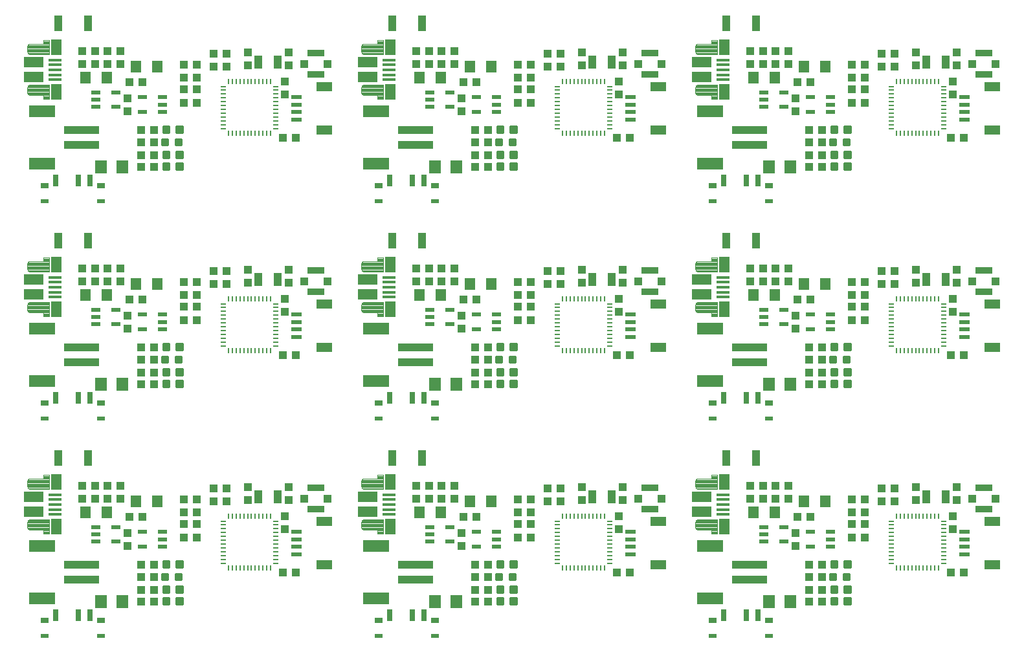
<source format=gtp>
G75*
%MOIN*%
%OFA0B0*%
%FSLAX25Y25*%
%IPPOS*%
%LPD*%
%AMOC8*
5,1,8,0,0,1.08239X$1,22.5*
%
%ADD10R,0.05512X0.06299*%
%ADD11R,0.04331X0.03937*%
%ADD12C,0.01181*%
%ADD13R,0.06299X0.07087*%
%ADD14R,0.05748X0.07874*%
%ADD15R,0.09843X0.05610*%
%ADD16C,0.00400*%
%ADD17C,0.00197*%
%ADD18R,0.03937X0.04331*%
%ADD19R,0.02756X0.05906*%
%ADD20R,0.03937X0.02362*%
%ADD21R,0.03937X0.03150*%
%ADD22R,0.04724X0.02165*%
%ADD23R,0.04331X0.07874*%
%ADD24R,0.18110X0.03937*%
%ADD25R,0.13386X0.06299*%
%ADD26R,0.07874X0.04724*%
%ADD27R,0.05315X0.02362*%
%ADD28R,0.03937X0.07087*%
%ADD29R,0.08661X0.03346*%
%ADD30R,0.04134X0.03937*%
%ADD31R,0.00984X0.02756*%
%ADD32R,0.02756X0.00984*%
D10*
X0070238Y0099500D03*
X0081262Y0099500D03*
X0096238Y0105000D03*
X0107262Y0105000D03*
X0242238Y0099500D03*
X0253262Y0099500D03*
X0268238Y0105000D03*
X0279262Y0105000D03*
X0414238Y0099500D03*
X0425262Y0099500D03*
X0440238Y0105000D03*
X0451262Y0105000D03*
X0425262Y0211500D03*
X0414238Y0211500D03*
X0440238Y0217000D03*
X0451262Y0217000D03*
X0279262Y0217000D03*
X0268238Y0217000D03*
X0253262Y0211500D03*
X0242238Y0211500D03*
X0107262Y0217000D03*
X0096238Y0217000D03*
X0081262Y0211500D03*
X0070238Y0211500D03*
X0070238Y0323500D03*
X0081262Y0323500D03*
X0096238Y0329000D03*
X0107262Y0329000D03*
X0242238Y0323500D03*
X0253262Y0323500D03*
X0268238Y0329000D03*
X0279262Y0329000D03*
X0414238Y0323500D03*
X0425262Y0323500D03*
X0440238Y0329000D03*
X0451262Y0329000D03*
D11*
X0443596Y0321000D03*
X0436904Y0321000D03*
X0432096Y0330500D03*
X0425404Y0330500D03*
X0419096Y0330500D03*
X0412404Y0330500D03*
X0412404Y0337000D03*
X0419096Y0337000D03*
X0425404Y0337000D03*
X0432096Y0337000D03*
X0464904Y0330000D03*
X0471596Y0330000D03*
X0471596Y0323500D03*
X0471596Y0317500D03*
X0464904Y0317500D03*
X0464904Y0323500D03*
X0464904Y0310500D03*
X0471596Y0310500D03*
X0449596Y0296500D03*
X0449596Y0290000D03*
X0442904Y0290000D03*
X0442904Y0296500D03*
X0442904Y0283500D03*
X0449596Y0283500D03*
X0449596Y0277500D03*
X0442904Y0277500D03*
X0515904Y0292500D03*
X0522596Y0292500D03*
X0432096Y0225000D03*
X0425404Y0225000D03*
X0419096Y0225000D03*
X0412404Y0225000D03*
X0412404Y0218500D03*
X0419096Y0218500D03*
X0425404Y0218500D03*
X0432096Y0218500D03*
X0436904Y0209000D03*
X0443596Y0209000D03*
X0464904Y0211500D03*
X0464904Y0218000D03*
X0471596Y0218000D03*
X0471596Y0211500D03*
X0471596Y0205500D03*
X0464904Y0205500D03*
X0464904Y0198500D03*
X0471596Y0198500D03*
X0449596Y0184500D03*
X0442904Y0184500D03*
X0442904Y0178000D03*
X0449596Y0178000D03*
X0449596Y0171500D03*
X0449596Y0165500D03*
X0442904Y0165500D03*
X0442904Y0171500D03*
X0515904Y0180500D03*
X0522596Y0180500D03*
X0432096Y0113000D03*
X0432096Y0106500D03*
X0425404Y0106500D03*
X0419096Y0106500D03*
X0419096Y0113000D03*
X0425404Y0113000D03*
X0412404Y0113000D03*
X0412404Y0106500D03*
X0436904Y0097000D03*
X0443596Y0097000D03*
X0464904Y0099500D03*
X0471596Y0099500D03*
X0471596Y0093500D03*
X0464904Y0093500D03*
X0464904Y0086500D03*
X0471596Y0086500D03*
X0449596Y0072500D03*
X0442904Y0072500D03*
X0442904Y0066000D03*
X0442904Y0059500D03*
X0449596Y0059500D03*
X0449596Y0066000D03*
X0449596Y0053500D03*
X0442904Y0053500D03*
X0515904Y0068500D03*
X0522596Y0068500D03*
X0471596Y0106000D03*
X0464904Y0106000D03*
X0350596Y0068500D03*
X0343904Y0068500D03*
X0299596Y0086500D03*
X0292904Y0086500D03*
X0292904Y0093500D03*
X0299596Y0093500D03*
X0299596Y0099500D03*
X0292904Y0099500D03*
X0292904Y0106000D03*
X0299596Y0106000D03*
X0271596Y0097000D03*
X0264904Y0097000D03*
X0260096Y0106500D03*
X0260096Y0113000D03*
X0253404Y0113000D03*
X0247096Y0113000D03*
X0247096Y0106500D03*
X0253404Y0106500D03*
X0240404Y0106500D03*
X0240404Y0113000D03*
X0270904Y0072500D03*
X0277596Y0072500D03*
X0277596Y0066000D03*
X0277596Y0059500D03*
X0270904Y0059500D03*
X0270904Y0066000D03*
X0270904Y0053500D03*
X0277596Y0053500D03*
X0178596Y0068500D03*
X0171904Y0068500D03*
X0127596Y0086500D03*
X0120904Y0086500D03*
X0120904Y0093500D03*
X0127596Y0093500D03*
X0127596Y0099500D03*
X0120904Y0099500D03*
X0120904Y0106000D03*
X0127596Y0106000D03*
X0099596Y0097000D03*
X0092904Y0097000D03*
X0088096Y0106500D03*
X0088096Y0113000D03*
X0081404Y0113000D03*
X0075096Y0113000D03*
X0075096Y0106500D03*
X0081404Y0106500D03*
X0068404Y0106500D03*
X0068404Y0113000D03*
X0098904Y0072500D03*
X0105596Y0072500D03*
X0105596Y0066000D03*
X0105596Y0059500D03*
X0098904Y0059500D03*
X0098904Y0066000D03*
X0098904Y0053500D03*
X0105596Y0053500D03*
X0105596Y0165500D03*
X0105596Y0171500D03*
X0098904Y0171500D03*
X0098904Y0165500D03*
X0098904Y0178000D03*
X0105596Y0178000D03*
X0105596Y0184500D03*
X0098904Y0184500D03*
X0120904Y0198500D03*
X0127596Y0198500D03*
X0127596Y0205500D03*
X0120904Y0205500D03*
X0120904Y0211500D03*
X0120904Y0218000D03*
X0127596Y0218000D03*
X0127596Y0211500D03*
X0099596Y0209000D03*
X0092904Y0209000D03*
X0088096Y0218500D03*
X0081404Y0218500D03*
X0075096Y0218500D03*
X0068404Y0218500D03*
X0068404Y0225000D03*
X0075096Y0225000D03*
X0081404Y0225000D03*
X0088096Y0225000D03*
X0098904Y0277500D03*
X0105596Y0277500D03*
X0105596Y0283500D03*
X0098904Y0283500D03*
X0098904Y0290000D03*
X0098904Y0296500D03*
X0105596Y0296500D03*
X0105596Y0290000D03*
X0120904Y0310500D03*
X0127596Y0310500D03*
X0127596Y0317500D03*
X0127596Y0323500D03*
X0120904Y0323500D03*
X0120904Y0317500D03*
X0120904Y0330000D03*
X0127596Y0330000D03*
X0099596Y0321000D03*
X0092904Y0321000D03*
X0088096Y0330500D03*
X0081404Y0330500D03*
X0075096Y0330500D03*
X0068404Y0330500D03*
X0068404Y0337000D03*
X0075096Y0337000D03*
X0081404Y0337000D03*
X0088096Y0337000D03*
X0171904Y0292500D03*
X0178596Y0292500D03*
X0240404Y0330500D03*
X0247096Y0330500D03*
X0253404Y0330500D03*
X0260096Y0330500D03*
X0260096Y0337000D03*
X0253404Y0337000D03*
X0247096Y0337000D03*
X0240404Y0337000D03*
X0264904Y0321000D03*
X0271596Y0321000D03*
X0292904Y0323500D03*
X0292904Y0317500D03*
X0299596Y0317500D03*
X0299596Y0323500D03*
X0299596Y0330000D03*
X0292904Y0330000D03*
X0292904Y0310500D03*
X0299596Y0310500D03*
X0277596Y0296500D03*
X0277596Y0290000D03*
X0270904Y0290000D03*
X0270904Y0296500D03*
X0270904Y0283500D03*
X0277596Y0283500D03*
X0277596Y0277500D03*
X0270904Y0277500D03*
X0343904Y0292500D03*
X0350596Y0292500D03*
X0260096Y0225000D03*
X0253404Y0225000D03*
X0247096Y0225000D03*
X0240404Y0225000D03*
X0240404Y0218500D03*
X0247096Y0218500D03*
X0253404Y0218500D03*
X0260096Y0218500D03*
X0264904Y0209000D03*
X0271596Y0209000D03*
X0292904Y0211500D03*
X0292904Y0218000D03*
X0299596Y0218000D03*
X0299596Y0211500D03*
X0299596Y0205500D03*
X0292904Y0205500D03*
X0292904Y0198500D03*
X0299596Y0198500D03*
X0277596Y0184500D03*
X0270904Y0184500D03*
X0270904Y0178000D03*
X0277596Y0178000D03*
X0277596Y0171500D03*
X0277596Y0165500D03*
X0270904Y0165500D03*
X0270904Y0171500D03*
X0343904Y0180500D03*
X0350596Y0180500D03*
X0178596Y0180500D03*
X0171904Y0180500D03*
D12*
X0120081Y0183122D02*
X0120081Y0185878D01*
X0120081Y0183122D02*
X0117325Y0183122D01*
X0117325Y0185878D01*
X0120081Y0185878D01*
X0120081Y0184244D02*
X0117325Y0184244D01*
X0117325Y0185366D02*
X0120081Y0185366D01*
X0113175Y0185878D02*
X0113175Y0183122D01*
X0110419Y0183122D01*
X0110419Y0185878D01*
X0113175Y0185878D01*
X0113175Y0184244D02*
X0110419Y0184244D01*
X0110419Y0185366D02*
X0113175Y0185366D01*
X0109919Y0179378D02*
X0109919Y0176622D01*
X0109919Y0179378D02*
X0112675Y0179378D01*
X0112675Y0176622D01*
X0109919Y0176622D01*
X0109919Y0177744D02*
X0112675Y0177744D01*
X0112675Y0178866D02*
X0109919Y0178866D01*
X0113175Y0172878D02*
X0113175Y0170122D01*
X0110419Y0170122D01*
X0110419Y0172878D01*
X0113175Y0172878D01*
X0113175Y0171244D02*
X0110419Y0171244D01*
X0110419Y0172366D02*
X0113175Y0172366D01*
X0120081Y0172878D02*
X0120081Y0170122D01*
X0117325Y0170122D01*
X0117325Y0172878D01*
X0120081Y0172878D01*
X0120081Y0171244D02*
X0117325Y0171244D01*
X0117325Y0172366D02*
X0120081Y0172366D01*
X0116825Y0176622D02*
X0116825Y0179378D01*
X0119581Y0179378D01*
X0119581Y0176622D01*
X0116825Y0176622D01*
X0116825Y0177744D02*
X0119581Y0177744D01*
X0119581Y0178866D02*
X0116825Y0178866D01*
X0120081Y0166878D02*
X0120081Y0164122D01*
X0117325Y0164122D01*
X0117325Y0166878D01*
X0120081Y0166878D01*
X0120081Y0165244D02*
X0117325Y0165244D01*
X0117325Y0166366D02*
X0120081Y0166366D01*
X0113175Y0166878D02*
X0113175Y0164122D01*
X0110419Y0164122D01*
X0110419Y0166878D01*
X0113175Y0166878D01*
X0113175Y0165244D02*
X0110419Y0165244D01*
X0110419Y0166366D02*
X0113175Y0166366D01*
X0113175Y0073878D02*
X0113175Y0071122D01*
X0110419Y0071122D01*
X0110419Y0073878D01*
X0113175Y0073878D01*
X0113175Y0072244D02*
X0110419Y0072244D01*
X0110419Y0073366D02*
X0113175Y0073366D01*
X0120081Y0073878D02*
X0120081Y0071122D01*
X0117325Y0071122D01*
X0117325Y0073878D01*
X0120081Y0073878D01*
X0120081Y0072244D02*
X0117325Y0072244D01*
X0117325Y0073366D02*
X0120081Y0073366D01*
X0116825Y0067378D02*
X0116825Y0064622D01*
X0116825Y0067378D02*
X0119581Y0067378D01*
X0119581Y0064622D01*
X0116825Y0064622D01*
X0116825Y0065744D02*
X0119581Y0065744D01*
X0119581Y0066866D02*
X0116825Y0066866D01*
X0109919Y0067378D02*
X0109919Y0064622D01*
X0109919Y0067378D02*
X0112675Y0067378D01*
X0112675Y0064622D01*
X0109919Y0064622D01*
X0109919Y0065744D02*
X0112675Y0065744D01*
X0112675Y0066866D02*
X0109919Y0066866D01*
X0113175Y0060878D02*
X0113175Y0058122D01*
X0110419Y0058122D01*
X0110419Y0060878D01*
X0113175Y0060878D01*
X0113175Y0059244D02*
X0110419Y0059244D01*
X0110419Y0060366D02*
X0113175Y0060366D01*
X0120081Y0060878D02*
X0120081Y0058122D01*
X0117325Y0058122D01*
X0117325Y0060878D01*
X0120081Y0060878D01*
X0120081Y0059244D02*
X0117325Y0059244D01*
X0117325Y0060366D02*
X0120081Y0060366D01*
X0120081Y0054878D02*
X0120081Y0052122D01*
X0117325Y0052122D01*
X0117325Y0054878D01*
X0120081Y0054878D01*
X0120081Y0053244D02*
X0117325Y0053244D01*
X0117325Y0054366D02*
X0120081Y0054366D01*
X0113175Y0054878D02*
X0113175Y0052122D01*
X0110419Y0052122D01*
X0110419Y0054878D01*
X0113175Y0054878D01*
X0113175Y0053244D02*
X0110419Y0053244D01*
X0110419Y0054366D02*
X0113175Y0054366D01*
X0281919Y0064622D02*
X0281919Y0067378D01*
X0284675Y0067378D01*
X0284675Y0064622D01*
X0281919Y0064622D01*
X0281919Y0065744D02*
X0284675Y0065744D01*
X0284675Y0066866D02*
X0281919Y0066866D01*
X0285175Y0071122D02*
X0285175Y0073878D01*
X0285175Y0071122D02*
X0282419Y0071122D01*
X0282419Y0073878D01*
X0285175Y0073878D01*
X0285175Y0072244D02*
X0282419Y0072244D01*
X0282419Y0073366D02*
X0285175Y0073366D01*
X0292081Y0073878D02*
X0292081Y0071122D01*
X0289325Y0071122D01*
X0289325Y0073878D01*
X0292081Y0073878D01*
X0292081Y0072244D02*
X0289325Y0072244D01*
X0289325Y0073366D02*
X0292081Y0073366D01*
X0288825Y0067378D02*
X0288825Y0064622D01*
X0288825Y0067378D02*
X0291581Y0067378D01*
X0291581Y0064622D01*
X0288825Y0064622D01*
X0288825Y0065744D02*
X0291581Y0065744D01*
X0291581Y0066866D02*
X0288825Y0066866D01*
X0292081Y0060878D02*
X0292081Y0058122D01*
X0289325Y0058122D01*
X0289325Y0060878D01*
X0292081Y0060878D01*
X0292081Y0059244D02*
X0289325Y0059244D01*
X0289325Y0060366D02*
X0292081Y0060366D01*
X0285175Y0060878D02*
X0285175Y0058122D01*
X0282419Y0058122D01*
X0282419Y0060878D01*
X0285175Y0060878D01*
X0285175Y0059244D02*
X0282419Y0059244D01*
X0282419Y0060366D02*
X0285175Y0060366D01*
X0285175Y0054878D02*
X0285175Y0052122D01*
X0282419Y0052122D01*
X0282419Y0054878D01*
X0285175Y0054878D01*
X0285175Y0053244D02*
X0282419Y0053244D01*
X0282419Y0054366D02*
X0285175Y0054366D01*
X0292081Y0054878D02*
X0292081Y0052122D01*
X0289325Y0052122D01*
X0289325Y0054878D01*
X0292081Y0054878D01*
X0292081Y0053244D02*
X0289325Y0053244D01*
X0289325Y0054366D02*
X0292081Y0054366D01*
X0453919Y0064622D02*
X0453919Y0067378D01*
X0456675Y0067378D01*
X0456675Y0064622D01*
X0453919Y0064622D01*
X0453919Y0065744D02*
X0456675Y0065744D01*
X0456675Y0066866D02*
X0453919Y0066866D01*
X0457175Y0071122D02*
X0457175Y0073878D01*
X0457175Y0071122D02*
X0454419Y0071122D01*
X0454419Y0073878D01*
X0457175Y0073878D01*
X0457175Y0072244D02*
X0454419Y0072244D01*
X0454419Y0073366D02*
X0457175Y0073366D01*
X0464081Y0073878D02*
X0464081Y0071122D01*
X0461325Y0071122D01*
X0461325Y0073878D01*
X0464081Y0073878D01*
X0464081Y0072244D02*
X0461325Y0072244D01*
X0461325Y0073366D02*
X0464081Y0073366D01*
X0460825Y0067378D02*
X0460825Y0064622D01*
X0460825Y0067378D02*
X0463581Y0067378D01*
X0463581Y0064622D01*
X0460825Y0064622D01*
X0460825Y0065744D02*
X0463581Y0065744D01*
X0463581Y0066866D02*
X0460825Y0066866D01*
X0464081Y0060878D02*
X0464081Y0058122D01*
X0461325Y0058122D01*
X0461325Y0060878D01*
X0464081Y0060878D01*
X0464081Y0059244D02*
X0461325Y0059244D01*
X0461325Y0060366D02*
X0464081Y0060366D01*
X0457175Y0060878D02*
X0457175Y0058122D01*
X0454419Y0058122D01*
X0454419Y0060878D01*
X0457175Y0060878D01*
X0457175Y0059244D02*
X0454419Y0059244D01*
X0454419Y0060366D02*
X0457175Y0060366D01*
X0457175Y0054878D02*
X0457175Y0052122D01*
X0454419Y0052122D01*
X0454419Y0054878D01*
X0457175Y0054878D01*
X0457175Y0053244D02*
X0454419Y0053244D01*
X0454419Y0054366D02*
X0457175Y0054366D01*
X0464081Y0054878D02*
X0464081Y0052122D01*
X0461325Y0052122D01*
X0461325Y0054878D01*
X0464081Y0054878D01*
X0464081Y0053244D02*
X0461325Y0053244D01*
X0461325Y0054366D02*
X0464081Y0054366D01*
X0464081Y0164122D02*
X0464081Y0166878D01*
X0464081Y0164122D02*
X0461325Y0164122D01*
X0461325Y0166878D01*
X0464081Y0166878D01*
X0464081Y0165244D02*
X0461325Y0165244D01*
X0461325Y0166366D02*
X0464081Y0166366D01*
X0464081Y0170122D02*
X0464081Y0172878D01*
X0464081Y0170122D02*
X0461325Y0170122D01*
X0461325Y0172878D01*
X0464081Y0172878D01*
X0464081Y0171244D02*
X0461325Y0171244D01*
X0461325Y0172366D02*
X0464081Y0172366D01*
X0460825Y0176622D02*
X0460825Y0179378D01*
X0463581Y0179378D01*
X0463581Y0176622D01*
X0460825Y0176622D01*
X0460825Y0177744D02*
X0463581Y0177744D01*
X0463581Y0178866D02*
X0460825Y0178866D01*
X0453919Y0179378D02*
X0453919Y0176622D01*
X0453919Y0179378D02*
X0456675Y0179378D01*
X0456675Y0176622D01*
X0453919Y0176622D01*
X0453919Y0177744D02*
X0456675Y0177744D01*
X0456675Y0178866D02*
X0453919Y0178866D01*
X0457175Y0183122D02*
X0457175Y0185878D01*
X0457175Y0183122D02*
X0454419Y0183122D01*
X0454419Y0185878D01*
X0457175Y0185878D01*
X0457175Y0184244D02*
X0454419Y0184244D01*
X0454419Y0185366D02*
X0457175Y0185366D01*
X0464081Y0185878D02*
X0464081Y0183122D01*
X0461325Y0183122D01*
X0461325Y0185878D01*
X0464081Y0185878D01*
X0464081Y0184244D02*
X0461325Y0184244D01*
X0461325Y0185366D02*
X0464081Y0185366D01*
X0457175Y0172878D02*
X0457175Y0170122D01*
X0454419Y0170122D01*
X0454419Y0172878D01*
X0457175Y0172878D01*
X0457175Y0171244D02*
X0454419Y0171244D01*
X0454419Y0172366D02*
X0457175Y0172366D01*
X0457175Y0166878D02*
X0457175Y0164122D01*
X0454419Y0164122D01*
X0454419Y0166878D01*
X0457175Y0166878D01*
X0457175Y0165244D02*
X0454419Y0165244D01*
X0454419Y0166366D02*
X0457175Y0166366D01*
X0292081Y0166878D02*
X0292081Y0164122D01*
X0289325Y0164122D01*
X0289325Y0166878D01*
X0292081Y0166878D01*
X0292081Y0165244D02*
X0289325Y0165244D01*
X0289325Y0166366D02*
X0292081Y0166366D01*
X0292081Y0170122D02*
X0292081Y0172878D01*
X0292081Y0170122D02*
X0289325Y0170122D01*
X0289325Y0172878D01*
X0292081Y0172878D01*
X0292081Y0171244D02*
X0289325Y0171244D01*
X0289325Y0172366D02*
X0292081Y0172366D01*
X0288825Y0176622D02*
X0288825Y0179378D01*
X0291581Y0179378D01*
X0291581Y0176622D01*
X0288825Y0176622D01*
X0288825Y0177744D02*
X0291581Y0177744D01*
X0291581Y0178866D02*
X0288825Y0178866D01*
X0281919Y0179378D02*
X0281919Y0176622D01*
X0281919Y0179378D02*
X0284675Y0179378D01*
X0284675Y0176622D01*
X0281919Y0176622D01*
X0281919Y0177744D02*
X0284675Y0177744D01*
X0284675Y0178866D02*
X0281919Y0178866D01*
X0285175Y0183122D02*
X0285175Y0185878D01*
X0285175Y0183122D02*
X0282419Y0183122D01*
X0282419Y0185878D01*
X0285175Y0185878D01*
X0285175Y0184244D02*
X0282419Y0184244D01*
X0282419Y0185366D02*
X0285175Y0185366D01*
X0292081Y0185878D02*
X0292081Y0183122D01*
X0289325Y0183122D01*
X0289325Y0185878D01*
X0292081Y0185878D01*
X0292081Y0184244D02*
X0289325Y0184244D01*
X0289325Y0185366D02*
X0292081Y0185366D01*
X0285175Y0172878D02*
X0285175Y0170122D01*
X0282419Y0170122D01*
X0282419Y0172878D01*
X0285175Y0172878D01*
X0285175Y0171244D02*
X0282419Y0171244D01*
X0282419Y0172366D02*
X0285175Y0172366D01*
X0285175Y0166878D02*
X0285175Y0164122D01*
X0282419Y0164122D01*
X0282419Y0166878D01*
X0285175Y0166878D01*
X0285175Y0165244D02*
X0282419Y0165244D01*
X0282419Y0166366D02*
X0285175Y0166366D01*
X0285175Y0276122D02*
X0285175Y0278878D01*
X0285175Y0276122D02*
X0282419Y0276122D01*
X0282419Y0278878D01*
X0285175Y0278878D01*
X0285175Y0277244D02*
X0282419Y0277244D01*
X0282419Y0278366D02*
X0285175Y0278366D01*
X0285175Y0282122D02*
X0285175Y0284878D01*
X0285175Y0282122D02*
X0282419Y0282122D01*
X0282419Y0284878D01*
X0285175Y0284878D01*
X0285175Y0283244D02*
X0282419Y0283244D01*
X0282419Y0284366D02*
X0285175Y0284366D01*
X0292081Y0284878D02*
X0292081Y0282122D01*
X0289325Y0282122D01*
X0289325Y0284878D01*
X0292081Y0284878D01*
X0292081Y0283244D02*
X0289325Y0283244D01*
X0289325Y0284366D02*
X0292081Y0284366D01*
X0288825Y0288622D02*
X0288825Y0291378D01*
X0291581Y0291378D01*
X0291581Y0288622D01*
X0288825Y0288622D01*
X0288825Y0289744D02*
X0291581Y0289744D01*
X0291581Y0290866D02*
X0288825Y0290866D01*
X0281919Y0291378D02*
X0281919Y0288622D01*
X0281919Y0291378D02*
X0284675Y0291378D01*
X0284675Y0288622D01*
X0281919Y0288622D01*
X0281919Y0289744D02*
X0284675Y0289744D01*
X0284675Y0290866D02*
X0281919Y0290866D01*
X0285175Y0295122D02*
X0285175Y0297878D01*
X0285175Y0295122D02*
X0282419Y0295122D01*
X0282419Y0297878D01*
X0285175Y0297878D01*
X0285175Y0296244D02*
X0282419Y0296244D01*
X0282419Y0297366D02*
X0285175Y0297366D01*
X0292081Y0297878D02*
X0292081Y0295122D01*
X0289325Y0295122D01*
X0289325Y0297878D01*
X0292081Y0297878D01*
X0292081Y0296244D02*
X0289325Y0296244D01*
X0289325Y0297366D02*
X0292081Y0297366D01*
X0292081Y0278878D02*
X0292081Y0276122D01*
X0289325Y0276122D01*
X0289325Y0278878D01*
X0292081Y0278878D01*
X0292081Y0277244D02*
X0289325Y0277244D01*
X0289325Y0278366D02*
X0292081Y0278366D01*
X0453919Y0288622D02*
X0453919Y0291378D01*
X0456675Y0291378D01*
X0456675Y0288622D01*
X0453919Y0288622D01*
X0453919Y0289744D02*
X0456675Y0289744D01*
X0456675Y0290866D02*
X0453919Y0290866D01*
X0457175Y0295122D02*
X0457175Y0297878D01*
X0457175Y0295122D02*
X0454419Y0295122D01*
X0454419Y0297878D01*
X0457175Y0297878D01*
X0457175Y0296244D02*
X0454419Y0296244D01*
X0454419Y0297366D02*
X0457175Y0297366D01*
X0464081Y0297878D02*
X0464081Y0295122D01*
X0461325Y0295122D01*
X0461325Y0297878D01*
X0464081Y0297878D01*
X0464081Y0296244D02*
X0461325Y0296244D01*
X0461325Y0297366D02*
X0464081Y0297366D01*
X0460825Y0291378D02*
X0460825Y0288622D01*
X0460825Y0291378D02*
X0463581Y0291378D01*
X0463581Y0288622D01*
X0460825Y0288622D01*
X0460825Y0289744D02*
X0463581Y0289744D01*
X0463581Y0290866D02*
X0460825Y0290866D01*
X0464081Y0284878D02*
X0464081Y0282122D01*
X0461325Y0282122D01*
X0461325Y0284878D01*
X0464081Y0284878D01*
X0464081Y0283244D02*
X0461325Y0283244D01*
X0461325Y0284366D02*
X0464081Y0284366D01*
X0457175Y0284878D02*
X0457175Y0282122D01*
X0454419Y0282122D01*
X0454419Y0284878D01*
X0457175Y0284878D01*
X0457175Y0283244D02*
X0454419Y0283244D01*
X0454419Y0284366D02*
X0457175Y0284366D01*
X0457175Y0278878D02*
X0457175Y0276122D01*
X0454419Y0276122D01*
X0454419Y0278878D01*
X0457175Y0278878D01*
X0457175Y0277244D02*
X0454419Y0277244D01*
X0454419Y0278366D02*
X0457175Y0278366D01*
X0464081Y0278878D02*
X0464081Y0276122D01*
X0461325Y0276122D01*
X0461325Y0278878D01*
X0464081Y0278878D01*
X0464081Y0277244D02*
X0461325Y0277244D01*
X0461325Y0278366D02*
X0464081Y0278366D01*
X0120081Y0278878D02*
X0120081Y0276122D01*
X0117325Y0276122D01*
X0117325Y0278878D01*
X0120081Y0278878D01*
X0120081Y0277244D02*
X0117325Y0277244D01*
X0117325Y0278366D02*
X0120081Y0278366D01*
X0120081Y0282122D02*
X0120081Y0284878D01*
X0120081Y0282122D02*
X0117325Y0282122D01*
X0117325Y0284878D01*
X0120081Y0284878D01*
X0120081Y0283244D02*
X0117325Y0283244D01*
X0117325Y0284366D02*
X0120081Y0284366D01*
X0113175Y0284878D02*
X0113175Y0282122D01*
X0110419Y0282122D01*
X0110419Y0284878D01*
X0113175Y0284878D01*
X0113175Y0283244D02*
X0110419Y0283244D01*
X0110419Y0284366D02*
X0113175Y0284366D01*
X0109919Y0288622D02*
X0109919Y0291378D01*
X0112675Y0291378D01*
X0112675Y0288622D01*
X0109919Y0288622D01*
X0109919Y0289744D02*
X0112675Y0289744D01*
X0112675Y0290866D02*
X0109919Y0290866D01*
X0113175Y0295122D02*
X0113175Y0297878D01*
X0113175Y0295122D02*
X0110419Y0295122D01*
X0110419Y0297878D01*
X0113175Y0297878D01*
X0113175Y0296244D02*
X0110419Y0296244D01*
X0110419Y0297366D02*
X0113175Y0297366D01*
X0120081Y0297878D02*
X0120081Y0295122D01*
X0117325Y0295122D01*
X0117325Y0297878D01*
X0120081Y0297878D01*
X0120081Y0296244D02*
X0117325Y0296244D01*
X0117325Y0297366D02*
X0120081Y0297366D01*
X0116825Y0291378D02*
X0116825Y0288622D01*
X0116825Y0291378D02*
X0119581Y0291378D01*
X0119581Y0288622D01*
X0116825Y0288622D01*
X0116825Y0289744D02*
X0119581Y0289744D01*
X0119581Y0290866D02*
X0116825Y0290866D01*
X0113175Y0278878D02*
X0113175Y0276122D01*
X0110419Y0276122D01*
X0110419Y0278878D01*
X0113175Y0278878D01*
X0113175Y0277244D02*
X0110419Y0277244D01*
X0110419Y0278366D02*
X0113175Y0278366D01*
D13*
X0089262Y0277500D03*
X0078238Y0277500D03*
X0250238Y0277500D03*
X0261262Y0277500D03*
X0422238Y0277500D03*
X0433262Y0277500D03*
X0433262Y0165500D03*
X0422238Y0165500D03*
X0261262Y0165500D03*
X0250238Y0165500D03*
X0089262Y0165500D03*
X0078238Y0165500D03*
X0078238Y0053500D03*
X0089262Y0053500D03*
X0250238Y0053500D03*
X0261262Y0053500D03*
X0422238Y0053500D03*
X0433262Y0053500D03*
D14*
X0399333Y0092083D03*
X0399333Y0114917D03*
X0399333Y0204083D03*
X0399333Y0226917D03*
X0399333Y0316083D03*
X0399333Y0338917D03*
X0227333Y0338917D03*
X0227333Y0316083D03*
X0227333Y0226917D03*
X0227333Y0204083D03*
X0227333Y0114917D03*
X0227333Y0092083D03*
X0055333Y0092083D03*
X0055333Y0114917D03*
X0055333Y0204083D03*
X0055333Y0226917D03*
X0055333Y0316083D03*
X0055333Y0338917D03*
D15*
X0043719Y0331289D03*
X0043719Y0323711D03*
X0043719Y0219289D03*
X0043719Y0211711D03*
X0215719Y0211711D03*
X0215719Y0219289D03*
X0215719Y0323711D03*
X0215719Y0331289D03*
X0387719Y0331289D03*
X0387719Y0323711D03*
X0387719Y0219289D03*
X0387719Y0211711D03*
X0387719Y0107289D03*
X0387719Y0099711D03*
X0215719Y0099711D03*
X0215719Y0107289D03*
X0043719Y0107289D03*
X0043719Y0099711D03*
D16*
X0041690Y0095694D02*
X0041401Y0095661D01*
X0041126Y0095565D01*
X0040880Y0095410D01*
X0040674Y0095204D01*
X0040519Y0094958D01*
X0040423Y0094683D01*
X0040390Y0094394D01*
X0040390Y0091494D01*
X0040420Y0091227D01*
X0040509Y0090973D01*
X0040652Y0090746D01*
X0040842Y0090555D01*
X0041070Y0090413D01*
X0041323Y0090324D01*
X0041590Y0090294D01*
X0048490Y0090294D01*
X0048528Y0090286D01*
X0048561Y0090264D01*
X0048583Y0090232D01*
X0048590Y0090194D01*
X0048590Y0088294D01*
X0051690Y0088294D01*
X0051690Y0095694D01*
X0041690Y0095694D01*
X0040943Y0095450D02*
X0051690Y0095450D01*
X0051690Y0095051D02*
X0040578Y0095051D01*
X0040419Y0094653D02*
X0051690Y0094653D01*
X0051690Y0094254D02*
X0040390Y0094254D01*
X0040390Y0093856D02*
X0051690Y0093856D01*
X0051690Y0093457D02*
X0040390Y0093457D01*
X0040390Y0093059D02*
X0051690Y0093059D01*
X0051690Y0092660D02*
X0040390Y0092660D01*
X0040390Y0092262D02*
X0051690Y0092262D01*
X0051690Y0091863D02*
X0040390Y0091863D01*
X0040393Y0091465D02*
X0051690Y0091465D01*
X0051690Y0091066D02*
X0040476Y0091066D01*
X0040730Y0090668D02*
X0051690Y0090668D01*
X0051690Y0090269D02*
X0048554Y0090269D01*
X0048590Y0089871D02*
X0051690Y0089871D01*
X0051690Y0089472D02*
X0048590Y0089472D01*
X0048590Y0089074D02*
X0051690Y0089074D01*
X0051690Y0088675D02*
X0048590Y0088675D01*
X0051690Y0111357D02*
X0041690Y0111357D01*
X0041401Y0111389D01*
X0041126Y0111486D01*
X0040880Y0111640D01*
X0040674Y0111846D01*
X0040519Y0112093D01*
X0040423Y0112368D01*
X0040390Y0112657D01*
X0040390Y0115557D01*
X0040420Y0115824D01*
X0040509Y0116077D01*
X0040652Y0116305D01*
X0040842Y0116495D01*
X0041070Y0116638D01*
X0041323Y0116727D01*
X0041590Y0116757D01*
X0048490Y0116757D01*
X0048528Y0116764D01*
X0048561Y0116786D01*
X0048583Y0116819D01*
X0048590Y0116857D01*
X0048590Y0118757D01*
X0051690Y0118757D01*
X0051690Y0111357D01*
X0051690Y0111390D02*
X0041398Y0111390D01*
X0040731Y0111789D02*
X0051690Y0111789D01*
X0051690Y0112187D02*
X0040486Y0112187D01*
X0040398Y0112586D02*
X0051690Y0112586D01*
X0051690Y0112984D02*
X0040390Y0112984D01*
X0040390Y0113383D02*
X0051690Y0113383D01*
X0051690Y0113781D02*
X0040390Y0113781D01*
X0040390Y0114180D02*
X0051690Y0114180D01*
X0051690Y0114578D02*
X0040390Y0114578D01*
X0040390Y0114977D02*
X0051690Y0114977D01*
X0051690Y0115375D02*
X0040390Y0115375D01*
X0040415Y0115774D02*
X0051690Y0115774D01*
X0051690Y0116172D02*
X0040569Y0116172D01*
X0040963Y0116571D02*
X0051690Y0116571D01*
X0051690Y0116970D02*
X0048590Y0116970D01*
X0048590Y0117368D02*
X0051690Y0117368D01*
X0051690Y0117767D02*
X0048590Y0117767D01*
X0048590Y0118165D02*
X0051690Y0118165D01*
X0051690Y0118564D02*
X0048590Y0118564D01*
X0048590Y0200294D02*
X0051690Y0200294D01*
X0051690Y0207694D01*
X0041690Y0207694D01*
X0041401Y0207661D01*
X0041126Y0207565D01*
X0040880Y0207410D01*
X0040674Y0207204D01*
X0040519Y0206958D01*
X0040423Y0206683D01*
X0040390Y0206394D01*
X0040390Y0203494D01*
X0040420Y0203227D01*
X0040509Y0202973D01*
X0040652Y0202746D01*
X0040842Y0202555D01*
X0041070Y0202413D01*
X0041323Y0202324D01*
X0041590Y0202294D01*
X0048490Y0202294D01*
X0048528Y0202286D01*
X0048561Y0202264D01*
X0048583Y0202232D01*
X0048590Y0202194D01*
X0048590Y0200294D01*
X0048590Y0200657D02*
X0051690Y0200657D01*
X0051690Y0201055D02*
X0048590Y0201055D01*
X0048590Y0201454D02*
X0051690Y0201454D01*
X0051690Y0201852D02*
X0048590Y0201852D01*
X0048570Y0202251D02*
X0051690Y0202251D01*
X0051690Y0202649D02*
X0040748Y0202649D01*
X0040483Y0203048D02*
X0051690Y0203048D01*
X0051690Y0203446D02*
X0040395Y0203446D01*
X0040390Y0203845D02*
X0051690Y0203845D01*
X0051690Y0204243D02*
X0040390Y0204243D01*
X0040390Y0204642D02*
X0051690Y0204642D01*
X0051690Y0205041D02*
X0040390Y0205041D01*
X0040390Y0205439D02*
X0051690Y0205439D01*
X0051690Y0205838D02*
X0040390Y0205838D01*
X0040390Y0206236D02*
X0051690Y0206236D01*
X0051690Y0206635D02*
X0040417Y0206635D01*
X0040566Y0207033D02*
X0051690Y0207033D01*
X0051690Y0207432D02*
X0040914Y0207432D01*
X0041690Y0223357D02*
X0041401Y0223389D01*
X0041126Y0223486D01*
X0040880Y0223640D01*
X0040674Y0223846D01*
X0040519Y0224093D01*
X0040423Y0224368D01*
X0040390Y0224657D01*
X0040390Y0227557D01*
X0040420Y0227824D01*
X0040509Y0228077D01*
X0040652Y0228305D01*
X0040842Y0228495D01*
X0041070Y0228638D01*
X0041323Y0228727D01*
X0041590Y0228757D01*
X0048490Y0228757D01*
X0048528Y0228764D01*
X0048561Y0228786D01*
X0048583Y0228819D01*
X0048590Y0228857D01*
X0048590Y0230757D01*
X0051690Y0230757D01*
X0051690Y0223357D01*
X0041690Y0223357D01*
X0041555Y0223372D02*
X0051690Y0223372D01*
X0051690Y0223771D02*
X0040750Y0223771D01*
X0040492Y0224169D02*
X0051690Y0224169D01*
X0051690Y0224568D02*
X0040400Y0224568D01*
X0040390Y0224966D02*
X0051690Y0224966D01*
X0051690Y0225365D02*
X0040390Y0225365D01*
X0040390Y0225763D02*
X0051690Y0225763D01*
X0051690Y0226162D02*
X0040390Y0226162D01*
X0040390Y0226560D02*
X0051690Y0226560D01*
X0051690Y0226959D02*
X0040390Y0226959D01*
X0040390Y0227357D02*
X0051690Y0227357D01*
X0051690Y0227756D02*
X0040413Y0227756D01*
X0040557Y0228154D02*
X0051690Y0228154D01*
X0051690Y0228553D02*
X0040934Y0228553D01*
X0048590Y0228951D02*
X0051690Y0228951D01*
X0051690Y0229350D02*
X0048590Y0229350D01*
X0048590Y0229748D02*
X0051690Y0229748D01*
X0051690Y0230147D02*
X0048590Y0230147D01*
X0048590Y0230545D02*
X0051690Y0230545D01*
X0051690Y0312294D02*
X0051690Y0319694D01*
X0041690Y0319694D01*
X0041401Y0319661D01*
X0041126Y0319565D01*
X0040880Y0319410D01*
X0040674Y0319204D01*
X0040519Y0318958D01*
X0040423Y0318683D01*
X0040390Y0318394D01*
X0040390Y0315494D01*
X0040420Y0315227D01*
X0040509Y0314973D01*
X0040652Y0314746D01*
X0040842Y0314555D01*
X0041070Y0314413D01*
X0041323Y0314324D01*
X0041590Y0314294D01*
X0048490Y0314294D01*
X0048528Y0314286D01*
X0048561Y0314264D01*
X0048583Y0314232D01*
X0048590Y0314194D01*
X0048590Y0312294D01*
X0051690Y0312294D01*
X0051690Y0312639D02*
X0048590Y0312639D01*
X0048590Y0313037D02*
X0051690Y0313037D01*
X0051690Y0313436D02*
X0048590Y0313436D01*
X0048590Y0313834D02*
X0051690Y0313834D01*
X0051690Y0314233D02*
X0048582Y0314233D01*
X0051690Y0314631D02*
X0040766Y0314631D01*
X0040489Y0315030D02*
X0051690Y0315030D01*
X0051690Y0315428D02*
X0040398Y0315428D01*
X0040390Y0315827D02*
X0051690Y0315827D01*
X0051690Y0316225D02*
X0040390Y0316225D01*
X0040390Y0316624D02*
X0051690Y0316624D01*
X0051690Y0317022D02*
X0040390Y0317022D01*
X0040390Y0317421D02*
X0051690Y0317421D01*
X0051690Y0317819D02*
X0040390Y0317819D01*
X0040390Y0318218D02*
X0051690Y0318218D01*
X0051690Y0318616D02*
X0040415Y0318616D01*
X0040555Y0319015D02*
X0051690Y0319015D01*
X0051690Y0319413D02*
X0040885Y0319413D01*
X0041690Y0335357D02*
X0041401Y0335389D01*
X0041126Y0335486D01*
X0040880Y0335640D01*
X0040674Y0335846D01*
X0040519Y0336093D01*
X0040423Y0336368D01*
X0040390Y0336657D01*
X0040390Y0339557D01*
X0040420Y0339824D01*
X0040509Y0340077D01*
X0040652Y0340305D01*
X0040842Y0340495D01*
X0041070Y0340638D01*
X0041323Y0340727D01*
X0041590Y0340757D01*
X0048490Y0340757D01*
X0048528Y0340764D01*
X0048561Y0340786D01*
X0048583Y0340819D01*
X0048590Y0340857D01*
X0048590Y0342757D01*
X0051690Y0342757D01*
X0051690Y0335357D01*
X0041690Y0335357D01*
X0040768Y0335752D02*
X0051690Y0335752D01*
X0051690Y0336151D02*
X0040499Y0336151D01*
X0040402Y0336549D02*
X0051690Y0336549D01*
X0051690Y0336948D02*
X0040390Y0336948D01*
X0040390Y0337346D02*
X0051690Y0337346D01*
X0051690Y0337745D02*
X0040390Y0337745D01*
X0040390Y0338143D02*
X0051690Y0338143D01*
X0051690Y0338542D02*
X0040390Y0338542D01*
X0040390Y0338940D02*
X0051690Y0338940D01*
X0051690Y0339339D02*
X0040390Y0339339D01*
X0040410Y0339737D02*
X0051690Y0339737D01*
X0051690Y0340136D02*
X0040546Y0340136D01*
X0040905Y0340534D02*
X0051690Y0340534D01*
X0051690Y0340933D02*
X0048590Y0340933D01*
X0048590Y0341331D02*
X0051690Y0341331D01*
X0051690Y0341730D02*
X0048590Y0341730D01*
X0048590Y0342128D02*
X0051690Y0342128D01*
X0051690Y0342527D02*
X0048590Y0342527D01*
X0212390Y0339557D02*
X0212420Y0339824D01*
X0212509Y0340077D01*
X0212652Y0340305D01*
X0212842Y0340495D01*
X0213070Y0340638D01*
X0213323Y0340727D01*
X0213590Y0340757D01*
X0220490Y0340757D01*
X0220528Y0340764D01*
X0220561Y0340786D01*
X0220583Y0340819D01*
X0220590Y0340857D01*
X0220590Y0342757D01*
X0223690Y0342757D01*
X0223690Y0335357D01*
X0213690Y0335357D01*
X0213401Y0335389D01*
X0213126Y0335486D01*
X0212880Y0335640D01*
X0212674Y0335846D01*
X0212519Y0336093D01*
X0212423Y0336368D01*
X0212390Y0336657D01*
X0212390Y0339557D01*
X0212410Y0339737D02*
X0223690Y0339737D01*
X0223690Y0339339D02*
X0212390Y0339339D01*
X0212390Y0338940D02*
X0223690Y0338940D01*
X0223690Y0338542D02*
X0212390Y0338542D01*
X0212390Y0338143D02*
X0223690Y0338143D01*
X0223690Y0337745D02*
X0212390Y0337745D01*
X0212390Y0337346D02*
X0223690Y0337346D01*
X0223690Y0336948D02*
X0212390Y0336948D01*
X0212402Y0336549D02*
X0223690Y0336549D01*
X0223690Y0336151D02*
X0212499Y0336151D01*
X0212768Y0335752D02*
X0223690Y0335752D01*
X0223690Y0340136D02*
X0212546Y0340136D01*
X0212905Y0340534D02*
X0223690Y0340534D01*
X0223690Y0340933D02*
X0220590Y0340933D01*
X0220590Y0341331D02*
X0223690Y0341331D01*
X0223690Y0341730D02*
X0220590Y0341730D01*
X0220590Y0342128D02*
X0223690Y0342128D01*
X0223690Y0342527D02*
X0220590Y0342527D01*
X0223690Y0319694D02*
X0213690Y0319694D01*
X0213401Y0319661D01*
X0213126Y0319565D01*
X0212880Y0319410D01*
X0212674Y0319204D01*
X0212519Y0318958D01*
X0212423Y0318683D01*
X0212390Y0318394D01*
X0212390Y0315494D01*
X0212420Y0315227D01*
X0212509Y0314973D01*
X0212652Y0314746D01*
X0212842Y0314555D01*
X0213070Y0314413D01*
X0213323Y0314324D01*
X0213590Y0314294D01*
X0220490Y0314294D01*
X0220528Y0314286D01*
X0220561Y0314264D01*
X0220583Y0314232D01*
X0220590Y0314194D01*
X0220590Y0312294D01*
X0223690Y0312294D01*
X0223690Y0319694D01*
X0223690Y0319413D02*
X0212885Y0319413D01*
X0212555Y0319015D02*
X0223690Y0319015D01*
X0223690Y0318616D02*
X0212415Y0318616D01*
X0212390Y0318218D02*
X0223690Y0318218D01*
X0223690Y0317819D02*
X0212390Y0317819D01*
X0212390Y0317421D02*
X0223690Y0317421D01*
X0223690Y0317022D02*
X0212390Y0317022D01*
X0212390Y0316624D02*
X0223690Y0316624D01*
X0223690Y0316225D02*
X0212390Y0316225D01*
X0212390Y0315827D02*
X0223690Y0315827D01*
X0223690Y0315428D02*
X0212398Y0315428D01*
X0212489Y0315030D02*
X0223690Y0315030D01*
X0223690Y0314631D02*
X0212766Y0314631D01*
X0220582Y0314233D02*
X0223690Y0314233D01*
X0223690Y0313834D02*
X0220590Y0313834D01*
X0220590Y0313436D02*
X0223690Y0313436D01*
X0223690Y0313037D02*
X0220590Y0313037D01*
X0220590Y0312639D02*
X0223690Y0312639D01*
X0223690Y0230757D02*
X0220590Y0230757D01*
X0220590Y0228857D01*
X0220583Y0228819D01*
X0220561Y0228786D01*
X0220528Y0228764D01*
X0220490Y0228757D01*
X0213590Y0228757D01*
X0213323Y0228727D01*
X0213070Y0228638D01*
X0212842Y0228495D01*
X0212652Y0228305D01*
X0212509Y0228077D01*
X0212420Y0227824D01*
X0212390Y0227557D01*
X0212390Y0224657D01*
X0212423Y0224368D01*
X0212519Y0224093D01*
X0212674Y0223846D01*
X0212880Y0223640D01*
X0213126Y0223486D01*
X0213401Y0223389D01*
X0213690Y0223357D01*
X0223690Y0223357D01*
X0223690Y0230757D01*
X0223690Y0230545D02*
X0220590Y0230545D01*
X0220590Y0230147D02*
X0223690Y0230147D01*
X0223690Y0229748D02*
X0220590Y0229748D01*
X0220590Y0229350D02*
X0223690Y0229350D01*
X0223690Y0228951D02*
X0220590Y0228951D01*
X0223690Y0228553D02*
X0212934Y0228553D01*
X0212557Y0228154D02*
X0223690Y0228154D01*
X0223690Y0227756D02*
X0212413Y0227756D01*
X0212390Y0227357D02*
X0223690Y0227357D01*
X0223690Y0226959D02*
X0212390Y0226959D01*
X0212390Y0226560D02*
X0223690Y0226560D01*
X0223690Y0226162D02*
X0212390Y0226162D01*
X0212390Y0225763D02*
X0223690Y0225763D01*
X0223690Y0225365D02*
X0212390Y0225365D01*
X0212390Y0224966D02*
X0223690Y0224966D01*
X0223690Y0224568D02*
X0212400Y0224568D01*
X0212492Y0224169D02*
X0223690Y0224169D01*
X0223690Y0223771D02*
X0212750Y0223771D01*
X0213555Y0223372D02*
X0223690Y0223372D01*
X0223690Y0207694D02*
X0213690Y0207694D01*
X0213401Y0207661D01*
X0213126Y0207565D01*
X0212880Y0207410D01*
X0212674Y0207204D01*
X0212519Y0206958D01*
X0212423Y0206683D01*
X0212390Y0206394D01*
X0212390Y0203494D01*
X0212420Y0203227D01*
X0212509Y0202973D01*
X0212652Y0202746D01*
X0212842Y0202555D01*
X0213070Y0202413D01*
X0213323Y0202324D01*
X0213590Y0202294D01*
X0220490Y0202294D01*
X0220528Y0202286D01*
X0220561Y0202264D01*
X0220583Y0202232D01*
X0220590Y0202194D01*
X0220590Y0200294D01*
X0223690Y0200294D01*
X0223690Y0207694D01*
X0223690Y0207432D02*
X0212914Y0207432D01*
X0212566Y0207033D02*
X0223690Y0207033D01*
X0223690Y0206635D02*
X0212417Y0206635D01*
X0212390Y0206236D02*
X0223690Y0206236D01*
X0223690Y0205838D02*
X0212390Y0205838D01*
X0212390Y0205439D02*
X0223690Y0205439D01*
X0223690Y0205041D02*
X0212390Y0205041D01*
X0212390Y0204642D02*
X0223690Y0204642D01*
X0223690Y0204243D02*
X0212390Y0204243D01*
X0212390Y0203845D02*
X0223690Y0203845D01*
X0223690Y0203446D02*
X0212395Y0203446D01*
X0212483Y0203048D02*
X0223690Y0203048D01*
X0223690Y0202649D02*
X0212748Y0202649D01*
X0220570Y0202251D02*
X0223690Y0202251D01*
X0223690Y0201852D02*
X0220590Y0201852D01*
X0220590Y0201454D02*
X0223690Y0201454D01*
X0223690Y0201055D02*
X0220590Y0201055D01*
X0220590Y0200657D02*
X0223690Y0200657D01*
X0223690Y0118757D02*
X0220590Y0118757D01*
X0220590Y0116857D01*
X0220583Y0116819D01*
X0220561Y0116786D01*
X0220528Y0116764D01*
X0220490Y0116757D01*
X0213590Y0116757D01*
X0213323Y0116727D01*
X0213070Y0116638D01*
X0212842Y0116495D01*
X0212652Y0116305D01*
X0212509Y0116077D01*
X0212420Y0115824D01*
X0212390Y0115557D01*
X0212390Y0112657D01*
X0212423Y0112368D01*
X0212519Y0112093D01*
X0212674Y0111846D01*
X0212880Y0111640D01*
X0213126Y0111486D01*
X0213401Y0111389D01*
X0213690Y0111357D01*
X0223690Y0111357D01*
X0223690Y0118757D01*
X0223690Y0118564D02*
X0220590Y0118564D01*
X0220590Y0118165D02*
X0223690Y0118165D01*
X0223690Y0117767D02*
X0220590Y0117767D01*
X0220590Y0117368D02*
X0223690Y0117368D01*
X0223690Y0116970D02*
X0220590Y0116970D01*
X0223690Y0116571D02*
X0212963Y0116571D01*
X0212569Y0116172D02*
X0223690Y0116172D01*
X0223690Y0115774D02*
X0212415Y0115774D01*
X0212390Y0115375D02*
X0223690Y0115375D01*
X0223690Y0114977D02*
X0212390Y0114977D01*
X0212390Y0114578D02*
X0223690Y0114578D01*
X0223690Y0114180D02*
X0212390Y0114180D01*
X0212390Y0113781D02*
X0223690Y0113781D01*
X0223690Y0113383D02*
X0212390Y0113383D01*
X0212390Y0112984D02*
X0223690Y0112984D01*
X0223690Y0112586D02*
X0212398Y0112586D01*
X0212486Y0112187D02*
X0223690Y0112187D01*
X0223690Y0111789D02*
X0212731Y0111789D01*
X0213398Y0111390D02*
X0223690Y0111390D01*
X0223690Y0095694D02*
X0213690Y0095694D01*
X0213401Y0095661D01*
X0213126Y0095565D01*
X0212880Y0095410D01*
X0212674Y0095204D01*
X0212519Y0094958D01*
X0212423Y0094683D01*
X0212390Y0094394D01*
X0212390Y0091494D01*
X0212420Y0091227D01*
X0212509Y0090973D01*
X0212652Y0090746D01*
X0212842Y0090555D01*
X0213070Y0090413D01*
X0213323Y0090324D01*
X0213590Y0090294D01*
X0220490Y0090294D01*
X0220528Y0090286D01*
X0220561Y0090264D01*
X0220583Y0090232D01*
X0220590Y0090194D01*
X0220590Y0088294D01*
X0223690Y0088294D01*
X0223690Y0095694D01*
X0223690Y0095450D02*
X0212943Y0095450D01*
X0212578Y0095051D02*
X0223690Y0095051D01*
X0223690Y0094653D02*
X0212419Y0094653D01*
X0212390Y0094254D02*
X0223690Y0094254D01*
X0223690Y0093856D02*
X0212390Y0093856D01*
X0212390Y0093457D02*
X0223690Y0093457D01*
X0223690Y0093059D02*
X0212390Y0093059D01*
X0212390Y0092660D02*
X0223690Y0092660D01*
X0223690Y0092262D02*
X0212390Y0092262D01*
X0212390Y0091863D02*
X0223690Y0091863D01*
X0223690Y0091465D02*
X0212393Y0091465D01*
X0212476Y0091066D02*
X0223690Y0091066D01*
X0223690Y0090668D02*
X0212730Y0090668D01*
X0220554Y0090269D02*
X0223690Y0090269D01*
X0223690Y0089871D02*
X0220590Y0089871D01*
X0220590Y0089472D02*
X0223690Y0089472D01*
X0223690Y0089074D02*
X0220590Y0089074D01*
X0220590Y0088675D02*
X0223690Y0088675D01*
X0384390Y0091494D02*
X0384420Y0091227D01*
X0384509Y0090973D01*
X0384652Y0090746D01*
X0384842Y0090555D01*
X0385070Y0090413D01*
X0385323Y0090324D01*
X0385590Y0090294D01*
X0392490Y0090294D01*
X0392528Y0090286D01*
X0392561Y0090264D01*
X0392583Y0090232D01*
X0392590Y0090194D01*
X0392590Y0088294D01*
X0395690Y0088294D01*
X0395690Y0095694D01*
X0385690Y0095694D01*
X0385401Y0095661D01*
X0385126Y0095565D01*
X0384880Y0095410D01*
X0384674Y0095204D01*
X0384519Y0094958D01*
X0384423Y0094683D01*
X0384390Y0094394D01*
X0384390Y0091494D01*
X0384393Y0091465D02*
X0395690Y0091465D01*
X0395690Y0091863D02*
X0384390Y0091863D01*
X0384390Y0092262D02*
X0395690Y0092262D01*
X0395690Y0092660D02*
X0384390Y0092660D01*
X0384390Y0093059D02*
X0395690Y0093059D01*
X0395690Y0093457D02*
X0384390Y0093457D01*
X0384390Y0093856D02*
X0395690Y0093856D01*
X0395690Y0094254D02*
X0384390Y0094254D01*
X0384419Y0094653D02*
X0395690Y0094653D01*
X0395690Y0095051D02*
X0384578Y0095051D01*
X0384943Y0095450D02*
X0395690Y0095450D01*
X0395690Y0091066D02*
X0384476Y0091066D01*
X0384730Y0090668D02*
X0395690Y0090668D01*
X0395690Y0090269D02*
X0392554Y0090269D01*
X0392590Y0089871D02*
X0395690Y0089871D01*
X0395690Y0089472D02*
X0392590Y0089472D01*
X0392590Y0089074D02*
X0395690Y0089074D01*
X0395690Y0088675D02*
X0392590Y0088675D01*
X0395690Y0111357D02*
X0385690Y0111357D01*
X0385401Y0111389D01*
X0385126Y0111486D01*
X0384880Y0111640D01*
X0384674Y0111846D01*
X0384519Y0112093D01*
X0384423Y0112368D01*
X0384390Y0112657D01*
X0384390Y0115557D01*
X0384420Y0115824D01*
X0384509Y0116077D01*
X0384652Y0116305D01*
X0384842Y0116495D01*
X0385070Y0116638D01*
X0385323Y0116727D01*
X0385590Y0116757D01*
X0392490Y0116757D01*
X0392528Y0116764D01*
X0392561Y0116786D01*
X0392583Y0116819D01*
X0392590Y0116857D01*
X0392590Y0118757D01*
X0395690Y0118757D01*
X0395690Y0111357D01*
X0395690Y0111390D02*
X0385398Y0111390D01*
X0384731Y0111789D02*
X0395690Y0111789D01*
X0395690Y0112187D02*
X0384486Y0112187D01*
X0384398Y0112586D02*
X0395690Y0112586D01*
X0395690Y0112984D02*
X0384390Y0112984D01*
X0384390Y0113383D02*
X0395690Y0113383D01*
X0395690Y0113781D02*
X0384390Y0113781D01*
X0384390Y0114180D02*
X0395690Y0114180D01*
X0395690Y0114578D02*
X0384390Y0114578D01*
X0384390Y0114977D02*
X0395690Y0114977D01*
X0395690Y0115375D02*
X0384390Y0115375D01*
X0384415Y0115774D02*
X0395690Y0115774D01*
X0395690Y0116172D02*
X0384569Y0116172D01*
X0384963Y0116571D02*
X0395690Y0116571D01*
X0395690Y0116970D02*
X0392590Y0116970D01*
X0392590Y0117368D02*
X0395690Y0117368D01*
X0395690Y0117767D02*
X0392590Y0117767D01*
X0392590Y0118165D02*
X0395690Y0118165D01*
X0395690Y0118564D02*
X0392590Y0118564D01*
X0392590Y0200294D02*
X0395690Y0200294D01*
X0395690Y0207694D01*
X0385690Y0207694D01*
X0385401Y0207661D01*
X0385126Y0207565D01*
X0384880Y0207410D01*
X0384674Y0207204D01*
X0384519Y0206958D01*
X0384423Y0206683D01*
X0384390Y0206394D01*
X0384390Y0203494D01*
X0384420Y0203227D01*
X0384509Y0202973D01*
X0384652Y0202746D01*
X0384842Y0202555D01*
X0385070Y0202413D01*
X0385323Y0202324D01*
X0385590Y0202294D01*
X0392490Y0202294D01*
X0392528Y0202286D01*
X0392561Y0202264D01*
X0392583Y0202232D01*
X0392590Y0202194D01*
X0392590Y0200294D01*
X0392590Y0200657D02*
X0395690Y0200657D01*
X0395690Y0201055D02*
X0392590Y0201055D01*
X0392590Y0201454D02*
X0395690Y0201454D01*
X0395690Y0201852D02*
X0392590Y0201852D01*
X0392570Y0202251D02*
X0395690Y0202251D01*
X0395690Y0202649D02*
X0384748Y0202649D01*
X0384483Y0203048D02*
X0395690Y0203048D01*
X0395690Y0203446D02*
X0384395Y0203446D01*
X0384390Y0203845D02*
X0395690Y0203845D01*
X0395690Y0204243D02*
X0384390Y0204243D01*
X0384390Y0204642D02*
X0395690Y0204642D01*
X0395690Y0205041D02*
X0384390Y0205041D01*
X0384390Y0205439D02*
X0395690Y0205439D01*
X0395690Y0205838D02*
X0384390Y0205838D01*
X0384390Y0206236D02*
X0395690Y0206236D01*
X0395690Y0206635D02*
X0384417Y0206635D01*
X0384566Y0207033D02*
X0395690Y0207033D01*
X0395690Y0207432D02*
X0384914Y0207432D01*
X0385690Y0223357D02*
X0385401Y0223389D01*
X0385126Y0223486D01*
X0384880Y0223640D01*
X0384674Y0223846D01*
X0384519Y0224093D01*
X0384423Y0224368D01*
X0384390Y0224657D01*
X0384390Y0227557D01*
X0384420Y0227824D01*
X0384509Y0228077D01*
X0384652Y0228305D01*
X0384842Y0228495D01*
X0385070Y0228638D01*
X0385323Y0228727D01*
X0385590Y0228757D01*
X0392490Y0228757D01*
X0392528Y0228764D01*
X0392561Y0228786D01*
X0392583Y0228819D01*
X0392590Y0228857D01*
X0392590Y0230757D01*
X0395690Y0230757D01*
X0395690Y0223357D01*
X0385690Y0223357D01*
X0385555Y0223372D02*
X0395690Y0223372D01*
X0395690Y0223771D02*
X0384750Y0223771D01*
X0384492Y0224169D02*
X0395690Y0224169D01*
X0395690Y0224568D02*
X0384400Y0224568D01*
X0384390Y0224966D02*
X0395690Y0224966D01*
X0395690Y0225365D02*
X0384390Y0225365D01*
X0384390Y0225763D02*
X0395690Y0225763D01*
X0395690Y0226162D02*
X0384390Y0226162D01*
X0384390Y0226560D02*
X0395690Y0226560D01*
X0395690Y0226959D02*
X0384390Y0226959D01*
X0384390Y0227357D02*
X0395690Y0227357D01*
X0395690Y0227756D02*
X0384413Y0227756D01*
X0384557Y0228154D02*
X0395690Y0228154D01*
X0395690Y0228553D02*
X0384934Y0228553D01*
X0392590Y0228951D02*
X0395690Y0228951D01*
X0395690Y0229350D02*
X0392590Y0229350D01*
X0392590Y0229748D02*
X0395690Y0229748D01*
X0395690Y0230147D02*
X0392590Y0230147D01*
X0392590Y0230545D02*
X0395690Y0230545D01*
X0395690Y0312294D02*
X0392590Y0312294D01*
X0392590Y0314194D01*
X0392583Y0314232D01*
X0392561Y0314264D01*
X0392528Y0314286D01*
X0392490Y0314294D01*
X0385590Y0314294D01*
X0385323Y0314324D01*
X0385070Y0314413D01*
X0384842Y0314555D01*
X0384652Y0314746D01*
X0384509Y0314973D01*
X0384420Y0315227D01*
X0384390Y0315494D01*
X0384390Y0318394D01*
X0384423Y0318683D01*
X0384519Y0318958D01*
X0384674Y0319204D01*
X0384880Y0319410D01*
X0385126Y0319565D01*
X0385401Y0319661D01*
X0385690Y0319694D01*
X0395690Y0319694D01*
X0395690Y0312294D01*
X0395690Y0312639D02*
X0392590Y0312639D01*
X0392590Y0313037D02*
X0395690Y0313037D01*
X0395690Y0313436D02*
X0392590Y0313436D01*
X0392590Y0313834D02*
X0395690Y0313834D01*
X0395690Y0314233D02*
X0392582Y0314233D01*
X0395690Y0314631D02*
X0384766Y0314631D01*
X0384489Y0315030D02*
X0395690Y0315030D01*
X0395690Y0315428D02*
X0384398Y0315428D01*
X0384390Y0315827D02*
X0395690Y0315827D01*
X0395690Y0316225D02*
X0384390Y0316225D01*
X0384390Y0316624D02*
X0395690Y0316624D01*
X0395690Y0317022D02*
X0384390Y0317022D01*
X0384390Y0317421D02*
X0395690Y0317421D01*
X0395690Y0317819D02*
X0384390Y0317819D01*
X0384390Y0318218D02*
X0395690Y0318218D01*
X0395690Y0318616D02*
X0384415Y0318616D01*
X0384555Y0319015D02*
X0395690Y0319015D01*
X0395690Y0319413D02*
X0384885Y0319413D01*
X0385690Y0335357D02*
X0385401Y0335389D01*
X0385126Y0335486D01*
X0384880Y0335640D01*
X0384674Y0335846D01*
X0384519Y0336093D01*
X0384423Y0336368D01*
X0384390Y0336657D01*
X0384390Y0339557D01*
X0384420Y0339824D01*
X0384509Y0340077D01*
X0384652Y0340305D01*
X0384842Y0340495D01*
X0385070Y0340638D01*
X0385323Y0340727D01*
X0385590Y0340757D01*
X0392490Y0340757D01*
X0392528Y0340764D01*
X0392561Y0340786D01*
X0392583Y0340819D01*
X0392590Y0340857D01*
X0392590Y0342757D01*
X0395690Y0342757D01*
X0395690Y0335357D01*
X0385690Y0335357D01*
X0384768Y0335752D02*
X0395690Y0335752D01*
X0395690Y0336151D02*
X0384499Y0336151D01*
X0384402Y0336549D02*
X0395690Y0336549D01*
X0395690Y0336948D02*
X0384390Y0336948D01*
X0384390Y0337346D02*
X0395690Y0337346D01*
X0395690Y0337745D02*
X0384390Y0337745D01*
X0384390Y0338143D02*
X0395690Y0338143D01*
X0395690Y0338542D02*
X0384390Y0338542D01*
X0384390Y0338940D02*
X0395690Y0338940D01*
X0395690Y0339339D02*
X0384390Y0339339D01*
X0384410Y0339737D02*
X0395690Y0339737D01*
X0395690Y0340136D02*
X0384546Y0340136D01*
X0384905Y0340534D02*
X0395690Y0340534D01*
X0395690Y0340933D02*
X0392590Y0340933D01*
X0392590Y0341331D02*
X0395690Y0341331D01*
X0395690Y0341730D02*
X0392590Y0341730D01*
X0392590Y0342128D02*
X0395690Y0342128D01*
X0395690Y0342527D02*
X0392590Y0342527D01*
D17*
X0395077Y0333110D02*
X0401475Y0333110D01*
X0401475Y0332126D01*
X0395077Y0332126D01*
X0395077Y0333110D01*
X0395077Y0333069D02*
X0401475Y0333069D01*
X0401475Y0332874D02*
X0395077Y0332874D01*
X0395077Y0332678D02*
X0401475Y0332678D01*
X0401475Y0332483D02*
X0395077Y0332483D01*
X0395077Y0332287D02*
X0401475Y0332287D01*
X0401475Y0330551D02*
X0395077Y0330551D01*
X0395077Y0329567D01*
X0401475Y0329567D01*
X0401475Y0330551D01*
X0401475Y0330529D02*
X0395077Y0330529D01*
X0395077Y0330334D02*
X0401475Y0330334D01*
X0401475Y0330138D02*
X0395077Y0330138D01*
X0395077Y0329943D02*
X0401475Y0329943D01*
X0401475Y0329748D02*
X0395077Y0329748D01*
X0395077Y0327992D02*
X0401475Y0327992D01*
X0401475Y0327008D01*
X0395077Y0327008D01*
X0395077Y0327992D01*
X0395077Y0327990D02*
X0401475Y0327990D01*
X0401475Y0327794D02*
X0395077Y0327794D01*
X0395077Y0327599D02*
X0401475Y0327599D01*
X0401475Y0327403D02*
X0395077Y0327403D01*
X0395077Y0327208D02*
X0401475Y0327208D01*
X0401475Y0327013D02*
X0395077Y0327013D01*
X0395077Y0325433D02*
X0401475Y0325433D01*
X0401475Y0324449D01*
X0395077Y0324449D01*
X0395077Y0325433D01*
X0395077Y0325254D02*
X0401475Y0325254D01*
X0401475Y0325059D02*
X0395077Y0325059D01*
X0395077Y0324864D02*
X0401475Y0324864D01*
X0401475Y0324668D02*
X0395077Y0324668D01*
X0395077Y0324473D02*
X0401475Y0324473D01*
X0401475Y0322874D02*
X0395077Y0322874D01*
X0395077Y0321890D01*
X0401475Y0321890D01*
X0401475Y0322874D01*
X0401475Y0322715D02*
X0395077Y0322715D01*
X0395077Y0322519D02*
X0401475Y0322519D01*
X0401475Y0322324D02*
X0395077Y0322324D01*
X0395077Y0322129D02*
X0401475Y0322129D01*
X0401475Y0321933D02*
X0395077Y0321933D01*
X0395077Y0221110D02*
X0401475Y0221110D01*
X0401475Y0220126D01*
X0395077Y0220126D01*
X0395077Y0221110D01*
X0395077Y0220931D02*
X0401475Y0220931D01*
X0401475Y0220736D02*
X0395077Y0220736D01*
X0395077Y0220541D02*
X0401475Y0220541D01*
X0401475Y0220345D02*
X0395077Y0220345D01*
X0395077Y0220150D02*
X0401475Y0220150D01*
X0401475Y0218551D02*
X0395077Y0218551D01*
X0395077Y0217567D01*
X0401475Y0217567D01*
X0401475Y0218551D01*
X0401475Y0218392D02*
X0395077Y0218392D01*
X0395077Y0218196D02*
X0401475Y0218196D01*
X0401475Y0218001D02*
X0395077Y0218001D01*
X0395077Y0217805D02*
X0401475Y0217805D01*
X0401475Y0217610D02*
X0395077Y0217610D01*
X0395077Y0215992D02*
X0401475Y0215992D01*
X0401475Y0215008D01*
X0395077Y0215008D01*
X0395077Y0215992D01*
X0395077Y0215852D02*
X0401475Y0215852D01*
X0401475Y0215657D02*
X0395077Y0215657D01*
X0395077Y0215461D02*
X0401475Y0215461D01*
X0401475Y0215266D02*
X0395077Y0215266D01*
X0395077Y0215070D02*
X0401475Y0215070D01*
X0401475Y0213433D02*
X0395077Y0213433D01*
X0395077Y0212449D01*
X0401475Y0212449D01*
X0401475Y0213433D01*
X0401475Y0213312D02*
X0395077Y0213312D01*
X0395077Y0213117D02*
X0401475Y0213117D01*
X0401475Y0212921D02*
X0395077Y0212921D01*
X0395077Y0212726D02*
X0401475Y0212726D01*
X0401475Y0212531D02*
X0395077Y0212531D01*
X0395077Y0210874D02*
X0401475Y0210874D01*
X0401475Y0209890D01*
X0395077Y0209890D01*
X0395077Y0210874D01*
X0395077Y0210772D02*
X0401475Y0210772D01*
X0401475Y0210577D02*
X0395077Y0210577D01*
X0395077Y0210382D02*
X0401475Y0210382D01*
X0401475Y0210186D02*
X0395077Y0210186D01*
X0395077Y0209991D02*
X0401475Y0209991D01*
X0401475Y0109110D02*
X0395077Y0109110D01*
X0395077Y0108126D01*
X0401475Y0108126D01*
X0401475Y0109110D01*
X0401475Y0108989D02*
X0395077Y0108989D01*
X0395077Y0108794D02*
X0401475Y0108794D01*
X0401475Y0108598D02*
X0395077Y0108598D01*
X0395077Y0108403D02*
X0401475Y0108403D01*
X0401475Y0108208D02*
X0395077Y0108208D01*
X0395077Y0106551D02*
X0401475Y0106551D01*
X0401475Y0105567D01*
X0395077Y0105567D01*
X0395077Y0106551D01*
X0395077Y0106449D02*
X0401475Y0106449D01*
X0401475Y0106254D02*
X0395077Y0106254D01*
X0395077Y0106059D02*
X0401475Y0106059D01*
X0401475Y0105863D02*
X0395077Y0105863D01*
X0395077Y0105668D02*
X0401475Y0105668D01*
X0401475Y0103992D02*
X0395077Y0103992D01*
X0395077Y0103008D01*
X0401475Y0103008D01*
X0401475Y0103992D01*
X0401475Y0103910D02*
X0395077Y0103910D01*
X0395077Y0103714D02*
X0401475Y0103714D01*
X0401475Y0103519D02*
X0395077Y0103519D01*
X0395077Y0103324D02*
X0401475Y0103324D01*
X0401475Y0103128D02*
X0395077Y0103128D01*
X0395077Y0101433D02*
X0401475Y0101433D01*
X0401475Y0100449D01*
X0395077Y0100449D01*
X0395077Y0101433D01*
X0395077Y0101370D02*
X0401475Y0101370D01*
X0401475Y0101175D02*
X0395077Y0101175D01*
X0395077Y0100979D02*
X0401475Y0100979D01*
X0401475Y0100784D02*
X0395077Y0100784D01*
X0395077Y0100588D02*
X0401475Y0100588D01*
X0401475Y0098874D02*
X0395077Y0098874D01*
X0395077Y0097890D01*
X0401475Y0097890D01*
X0401475Y0098874D01*
X0401475Y0098830D02*
X0395077Y0098830D01*
X0395077Y0098635D02*
X0401475Y0098635D01*
X0401475Y0098439D02*
X0395077Y0098439D01*
X0395077Y0098244D02*
X0401475Y0098244D01*
X0401475Y0098049D02*
X0395077Y0098049D01*
X0229475Y0098049D02*
X0223077Y0098049D01*
X0223077Y0097890D02*
X0223077Y0098874D01*
X0229475Y0098874D01*
X0229475Y0097890D01*
X0223077Y0097890D01*
X0223077Y0098244D02*
X0229475Y0098244D01*
X0229475Y0098439D02*
X0223077Y0098439D01*
X0223077Y0098635D02*
X0229475Y0098635D01*
X0229475Y0098830D02*
X0223077Y0098830D01*
X0223077Y0100449D02*
X0223077Y0101433D01*
X0229475Y0101433D01*
X0229475Y0100449D01*
X0223077Y0100449D01*
X0223077Y0100588D02*
X0229475Y0100588D01*
X0229475Y0100784D02*
X0223077Y0100784D01*
X0223077Y0100979D02*
X0229475Y0100979D01*
X0229475Y0101175D02*
X0223077Y0101175D01*
X0223077Y0101370D02*
X0229475Y0101370D01*
X0229475Y0103008D02*
X0223077Y0103008D01*
X0223077Y0103992D01*
X0229475Y0103992D01*
X0229475Y0103008D01*
X0229475Y0103128D02*
X0223077Y0103128D01*
X0223077Y0103324D02*
X0229475Y0103324D01*
X0229475Y0103519D02*
X0223077Y0103519D01*
X0223077Y0103714D02*
X0229475Y0103714D01*
X0229475Y0103910D02*
X0223077Y0103910D01*
X0223077Y0105567D02*
X0223077Y0106551D01*
X0229475Y0106551D01*
X0229475Y0105567D01*
X0223077Y0105567D01*
X0223077Y0105668D02*
X0229475Y0105668D01*
X0229475Y0105863D02*
X0223077Y0105863D01*
X0223077Y0106059D02*
X0229475Y0106059D01*
X0229475Y0106254D02*
X0223077Y0106254D01*
X0223077Y0106449D02*
X0229475Y0106449D01*
X0229475Y0108126D02*
X0223077Y0108126D01*
X0223077Y0109110D01*
X0229475Y0109110D01*
X0229475Y0108126D01*
X0229475Y0108208D02*
X0223077Y0108208D01*
X0223077Y0108403D02*
X0229475Y0108403D01*
X0229475Y0108598D02*
X0223077Y0108598D01*
X0223077Y0108794D02*
X0229475Y0108794D01*
X0229475Y0108989D02*
X0223077Y0108989D01*
X0223077Y0209890D02*
X0223077Y0210874D01*
X0229475Y0210874D01*
X0229475Y0209890D01*
X0223077Y0209890D01*
X0223077Y0209991D02*
X0229475Y0209991D01*
X0229475Y0210186D02*
X0223077Y0210186D01*
X0223077Y0210382D02*
X0229475Y0210382D01*
X0229475Y0210577D02*
X0223077Y0210577D01*
X0223077Y0210772D02*
X0229475Y0210772D01*
X0229475Y0212449D02*
X0223077Y0212449D01*
X0223077Y0213433D01*
X0229475Y0213433D01*
X0229475Y0212449D01*
X0229475Y0212531D02*
X0223077Y0212531D01*
X0223077Y0212726D02*
X0229475Y0212726D01*
X0229475Y0212921D02*
X0223077Y0212921D01*
X0223077Y0213117D02*
X0229475Y0213117D01*
X0229475Y0213312D02*
X0223077Y0213312D01*
X0223077Y0215008D02*
X0223077Y0215992D01*
X0229475Y0215992D01*
X0229475Y0215008D01*
X0223077Y0215008D01*
X0223077Y0215070D02*
X0229475Y0215070D01*
X0229475Y0215266D02*
X0223077Y0215266D01*
X0223077Y0215461D02*
X0229475Y0215461D01*
X0229475Y0215657D02*
X0223077Y0215657D01*
X0223077Y0215852D02*
X0229475Y0215852D01*
X0229475Y0217567D02*
X0223077Y0217567D01*
X0223077Y0218551D01*
X0229475Y0218551D01*
X0229475Y0217567D01*
X0229475Y0217610D02*
X0223077Y0217610D01*
X0223077Y0217805D02*
X0229475Y0217805D01*
X0229475Y0218001D02*
X0223077Y0218001D01*
X0223077Y0218196D02*
X0229475Y0218196D01*
X0229475Y0218392D02*
X0223077Y0218392D01*
X0223077Y0220126D02*
X0223077Y0221110D01*
X0229475Y0221110D01*
X0229475Y0220126D01*
X0223077Y0220126D01*
X0223077Y0220150D02*
X0229475Y0220150D01*
X0229475Y0220345D02*
X0223077Y0220345D01*
X0223077Y0220541D02*
X0229475Y0220541D01*
X0229475Y0220736D02*
X0223077Y0220736D01*
X0223077Y0220931D02*
X0229475Y0220931D01*
X0229475Y0321890D02*
X0223077Y0321890D01*
X0223077Y0322874D01*
X0229475Y0322874D01*
X0229475Y0321890D01*
X0229475Y0321933D02*
X0223077Y0321933D01*
X0223077Y0322129D02*
X0229475Y0322129D01*
X0229475Y0322324D02*
X0223077Y0322324D01*
X0223077Y0322519D02*
X0229475Y0322519D01*
X0229475Y0322715D02*
X0223077Y0322715D01*
X0223077Y0324449D02*
X0223077Y0325433D01*
X0229475Y0325433D01*
X0229475Y0324449D01*
X0223077Y0324449D01*
X0223077Y0324473D02*
X0229475Y0324473D01*
X0229475Y0324668D02*
X0223077Y0324668D01*
X0223077Y0324864D02*
X0229475Y0324864D01*
X0229475Y0325059D02*
X0223077Y0325059D01*
X0223077Y0325254D02*
X0229475Y0325254D01*
X0229475Y0327008D02*
X0223077Y0327008D01*
X0223077Y0327992D01*
X0229475Y0327992D01*
X0229475Y0327008D01*
X0229475Y0327013D02*
X0223077Y0327013D01*
X0223077Y0327208D02*
X0229475Y0327208D01*
X0229475Y0327403D02*
X0223077Y0327403D01*
X0223077Y0327599D02*
X0229475Y0327599D01*
X0229475Y0327794D02*
X0223077Y0327794D01*
X0223077Y0327990D02*
X0229475Y0327990D01*
X0229475Y0329567D02*
X0223077Y0329567D01*
X0223077Y0330551D01*
X0229475Y0330551D01*
X0229475Y0329567D01*
X0229475Y0329748D02*
X0223077Y0329748D01*
X0223077Y0329943D02*
X0229475Y0329943D01*
X0229475Y0330138D02*
X0223077Y0330138D01*
X0223077Y0330334D02*
X0229475Y0330334D01*
X0229475Y0330529D02*
X0223077Y0330529D01*
X0223077Y0332126D02*
X0223077Y0333110D01*
X0229475Y0333110D01*
X0229475Y0332126D01*
X0223077Y0332126D01*
X0223077Y0332287D02*
X0229475Y0332287D01*
X0229475Y0332483D02*
X0223077Y0332483D01*
X0223077Y0332678D02*
X0229475Y0332678D01*
X0229475Y0332874D02*
X0223077Y0332874D01*
X0223077Y0333069D02*
X0229475Y0333069D01*
X0057475Y0333110D02*
X0057475Y0332126D01*
X0051077Y0332126D01*
X0051077Y0333110D01*
X0057475Y0333110D01*
X0057475Y0333069D02*
X0051077Y0333069D01*
X0051077Y0332874D02*
X0057475Y0332874D01*
X0057475Y0332678D02*
X0051077Y0332678D01*
X0051077Y0332483D02*
X0057475Y0332483D01*
X0057475Y0332287D02*
X0051077Y0332287D01*
X0051077Y0330551D02*
X0057475Y0330551D01*
X0057475Y0329567D01*
X0051077Y0329567D01*
X0051077Y0330551D01*
X0051077Y0330529D02*
X0057475Y0330529D01*
X0057475Y0330334D02*
X0051077Y0330334D01*
X0051077Y0330138D02*
X0057475Y0330138D01*
X0057475Y0329943D02*
X0051077Y0329943D01*
X0051077Y0329748D02*
X0057475Y0329748D01*
X0057475Y0327992D02*
X0051077Y0327992D01*
X0051077Y0327008D01*
X0057475Y0327008D01*
X0057475Y0327992D01*
X0057475Y0327990D02*
X0051077Y0327990D01*
X0051077Y0327794D02*
X0057475Y0327794D01*
X0057475Y0327599D02*
X0051077Y0327599D01*
X0051077Y0327403D02*
X0057475Y0327403D01*
X0057475Y0327208D02*
X0051077Y0327208D01*
X0051077Y0327013D02*
X0057475Y0327013D01*
X0057475Y0325433D02*
X0051077Y0325433D01*
X0051077Y0324449D01*
X0057475Y0324449D01*
X0057475Y0325433D01*
X0057475Y0325254D02*
X0051077Y0325254D01*
X0051077Y0325059D02*
X0057475Y0325059D01*
X0057475Y0324864D02*
X0051077Y0324864D01*
X0051077Y0324668D02*
X0057475Y0324668D01*
X0057475Y0324473D02*
X0051077Y0324473D01*
X0051077Y0322874D02*
X0057475Y0322874D01*
X0057475Y0321890D01*
X0051077Y0321890D01*
X0051077Y0322874D01*
X0051077Y0322715D02*
X0057475Y0322715D01*
X0057475Y0322519D02*
X0051077Y0322519D01*
X0051077Y0322324D02*
X0057475Y0322324D01*
X0057475Y0322129D02*
X0051077Y0322129D01*
X0051077Y0321933D02*
X0057475Y0321933D01*
X0057475Y0221110D02*
X0051077Y0221110D01*
X0051077Y0220126D01*
X0057475Y0220126D01*
X0057475Y0221110D01*
X0057475Y0220931D02*
X0051077Y0220931D01*
X0051077Y0220736D02*
X0057475Y0220736D01*
X0057475Y0220541D02*
X0051077Y0220541D01*
X0051077Y0220345D02*
X0057475Y0220345D01*
X0057475Y0220150D02*
X0051077Y0220150D01*
X0051077Y0218551D02*
X0057475Y0218551D01*
X0057475Y0217567D01*
X0051077Y0217567D01*
X0051077Y0218551D01*
X0051077Y0218392D02*
X0057475Y0218392D01*
X0057475Y0218196D02*
X0051077Y0218196D01*
X0051077Y0218001D02*
X0057475Y0218001D01*
X0057475Y0217805D02*
X0051077Y0217805D01*
X0051077Y0217610D02*
X0057475Y0217610D01*
X0057475Y0215992D02*
X0051077Y0215992D01*
X0051077Y0215008D01*
X0057475Y0215008D01*
X0057475Y0215992D01*
X0057475Y0215852D02*
X0051077Y0215852D01*
X0051077Y0215657D02*
X0057475Y0215657D01*
X0057475Y0215461D02*
X0051077Y0215461D01*
X0051077Y0215266D02*
X0057475Y0215266D01*
X0057475Y0215070D02*
X0051077Y0215070D01*
X0051077Y0213433D02*
X0057475Y0213433D01*
X0057475Y0212449D01*
X0051077Y0212449D01*
X0051077Y0213433D01*
X0051077Y0213312D02*
X0057475Y0213312D01*
X0057475Y0213117D02*
X0051077Y0213117D01*
X0051077Y0212921D02*
X0057475Y0212921D01*
X0057475Y0212726D02*
X0051077Y0212726D01*
X0051077Y0212531D02*
X0057475Y0212531D01*
X0057475Y0210874D02*
X0051077Y0210874D01*
X0051077Y0209890D01*
X0057475Y0209890D01*
X0057475Y0210874D01*
X0057475Y0210772D02*
X0051077Y0210772D01*
X0051077Y0210577D02*
X0057475Y0210577D01*
X0057475Y0210382D02*
X0051077Y0210382D01*
X0051077Y0210186D02*
X0057475Y0210186D01*
X0057475Y0209991D02*
X0051077Y0209991D01*
X0051077Y0109110D02*
X0057475Y0109110D01*
X0057475Y0108126D01*
X0051077Y0108126D01*
X0051077Y0109110D01*
X0051077Y0108989D02*
X0057475Y0108989D01*
X0057475Y0108794D02*
X0051077Y0108794D01*
X0051077Y0108598D02*
X0057475Y0108598D01*
X0057475Y0108403D02*
X0051077Y0108403D01*
X0051077Y0108208D02*
X0057475Y0108208D01*
X0057475Y0106551D02*
X0051077Y0106551D01*
X0051077Y0105567D01*
X0057475Y0105567D01*
X0057475Y0106551D01*
X0057475Y0106449D02*
X0051077Y0106449D01*
X0051077Y0106254D02*
X0057475Y0106254D01*
X0057475Y0106059D02*
X0051077Y0106059D01*
X0051077Y0105863D02*
X0057475Y0105863D01*
X0057475Y0105668D02*
X0051077Y0105668D01*
X0051077Y0103992D02*
X0057475Y0103992D01*
X0057475Y0103008D01*
X0051077Y0103008D01*
X0051077Y0103992D01*
X0051077Y0103910D02*
X0057475Y0103910D01*
X0057475Y0103714D02*
X0051077Y0103714D01*
X0051077Y0103519D02*
X0057475Y0103519D01*
X0057475Y0103324D02*
X0051077Y0103324D01*
X0051077Y0103128D02*
X0057475Y0103128D01*
X0057475Y0101433D02*
X0051077Y0101433D01*
X0051077Y0100449D01*
X0057475Y0100449D01*
X0057475Y0101433D01*
X0057475Y0101370D02*
X0051077Y0101370D01*
X0051077Y0101175D02*
X0057475Y0101175D01*
X0057475Y0100979D02*
X0051077Y0100979D01*
X0051077Y0100784D02*
X0057475Y0100784D01*
X0057475Y0100588D02*
X0051077Y0100588D01*
X0051077Y0098874D02*
X0057475Y0098874D01*
X0057475Y0097890D01*
X0051077Y0097890D01*
X0051077Y0098874D01*
X0051077Y0098830D02*
X0057475Y0098830D01*
X0057475Y0098635D02*
X0051077Y0098635D01*
X0051077Y0098439D02*
X0057475Y0098439D01*
X0057475Y0098244D02*
X0051077Y0098244D01*
X0051077Y0098049D02*
X0057475Y0098049D01*
D18*
X0091750Y0088846D03*
X0091750Y0082154D03*
X0136250Y0105154D03*
X0142750Y0105154D03*
X0142750Y0111846D03*
X0136250Y0111846D03*
X0153750Y0112346D03*
X0153750Y0105654D03*
X0172750Y0097346D03*
X0172750Y0090654D03*
X0174750Y0105654D03*
X0174750Y0112346D03*
X0263750Y0088846D03*
X0263750Y0082154D03*
X0308250Y0105154D03*
X0314750Y0105154D03*
X0314750Y0111846D03*
X0308250Y0111846D03*
X0325750Y0112346D03*
X0325750Y0105654D03*
X0344750Y0097346D03*
X0344750Y0090654D03*
X0346750Y0105654D03*
X0346750Y0112346D03*
X0435750Y0088846D03*
X0435750Y0082154D03*
X0480250Y0105154D03*
X0486750Y0105154D03*
X0497750Y0105654D03*
X0497750Y0112346D03*
X0486750Y0111846D03*
X0480250Y0111846D03*
X0516750Y0097346D03*
X0516750Y0090654D03*
X0518750Y0105654D03*
X0518750Y0112346D03*
X0435750Y0194154D03*
X0435750Y0200846D03*
X0480250Y0217154D03*
X0486750Y0217154D03*
X0497750Y0217654D03*
X0497750Y0224346D03*
X0486750Y0223846D03*
X0480250Y0223846D03*
X0516750Y0209346D03*
X0516750Y0202654D03*
X0518750Y0217654D03*
X0518750Y0224346D03*
X0435750Y0306154D03*
X0435750Y0312846D03*
X0480250Y0329154D03*
X0486750Y0329154D03*
X0486750Y0335846D03*
X0480250Y0335846D03*
X0497750Y0336346D03*
X0497750Y0329654D03*
X0516750Y0321346D03*
X0516750Y0314654D03*
X0518750Y0329654D03*
X0518750Y0336346D03*
X0346750Y0336346D03*
X0346750Y0329654D03*
X0344750Y0321346D03*
X0344750Y0314654D03*
X0325750Y0329654D03*
X0325750Y0336346D03*
X0314750Y0335846D03*
X0308250Y0335846D03*
X0308250Y0329154D03*
X0314750Y0329154D03*
X0263750Y0312846D03*
X0263750Y0306154D03*
X0172750Y0314654D03*
X0172750Y0321346D03*
X0174750Y0329654D03*
X0174750Y0336346D03*
X0153750Y0336346D03*
X0153750Y0329654D03*
X0142750Y0329154D03*
X0136250Y0329154D03*
X0136250Y0335846D03*
X0142750Y0335846D03*
X0091750Y0312846D03*
X0091750Y0306154D03*
X0136250Y0223846D03*
X0142750Y0223846D03*
X0142750Y0217154D03*
X0136250Y0217154D03*
X0153750Y0217654D03*
X0153750Y0224346D03*
X0174750Y0224346D03*
X0174750Y0217654D03*
X0172750Y0209346D03*
X0172750Y0202654D03*
X0091750Y0200846D03*
X0091750Y0194154D03*
X0263750Y0194154D03*
X0263750Y0200846D03*
X0308250Y0217154D03*
X0314750Y0217154D03*
X0314750Y0223846D03*
X0308250Y0223846D03*
X0325750Y0224346D03*
X0325750Y0217654D03*
X0344750Y0209346D03*
X0344750Y0202654D03*
X0346750Y0217654D03*
X0346750Y0224346D03*
D19*
X0398892Y0270390D03*
X0410703Y0270390D03*
X0416608Y0270390D03*
X0244608Y0270390D03*
X0238703Y0270390D03*
X0226892Y0270390D03*
X0072608Y0270390D03*
X0066703Y0270390D03*
X0054892Y0270390D03*
X0054892Y0158390D03*
X0066703Y0158390D03*
X0072608Y0158390D03*
X0226892Y0158390D03*
X0238703Y0158390D03*
X0244608Y0158390D03*
X0398892Y0158390D03*
X0410703Y0158390D03*
X0416608Y0158390D03*
X0416608Y0046390D03*
X0410703Y0046390D03*
X0398892Y0046390D03*
X0244608Y0046390D03*
X0238703Y0046390D03*
X0226892Y0046390D03*
X0072608Y0046390D03*
X0066703Y0046390D03*
X0054892Y0046390D03*
D20*
X0049380Y0035563D03*
X0078120Y0035563D03*
X0221380Y0035563D03*
X0250120Y0035563D03*
X0393380Y0035563D03*
X0422120Y0035563D03*
X0422120Y0147563D03*
X0393380Y0147563D03*
X0250120Y0147563D03*
X0221380Y0147563D03*
X0078120Y0147563D03*
X0049380Y0147563D03*
X0049380Y0259563D03*
X0078120Y0259563D03*
X0221380Y0259563D03*
X0250120Y0259563D03*
X0393380Y0259563D03*
X0422120Y0259563D03*
D21*
X0422120Y0267831D03*
X0393380Y0267831D03*
X0250120Y0267831D03*
X0221380Y0267831D03*
X0078120Y0267831D03*
X0049380Y0267831D03*
X0049380Y0155831D03*
X0078120Y0155831D03*
X0221380Y0155831D03*
X0250120Y0155831D03*
X0393380Y0155831D03*
X0422120Y0155831D03*
X0422120Y0043831D03*
X0393380Y0043831D03*
X0250120Y0043831D03*
X0221380Y0043831D03*
X0078120Y0043831D03*
X0049380Y0043831D03*
D22*
X0099631Y0081760D03*
X0109869Y0081760D03*
X0109869Y0085500D03*
X0109869Y0089240D03*
X0099631Y0089240D03*
X0085869Y0091740D03*
X0085869Y0084260D03*
X0075631Y0084260D03*
X0075631Y0088000D03*
X0075631Y0091740D03*
X0099631Y0193760D03*
X0109869Y0193760D03*
X0109869Y0197500D03*
X0109869Y0201240D03*
X0099631Y0201240D03*
X0085869Y0203740D03*
X0085869Y0196260D03*
X0075631Y0196260D03*
X0075631Y0200000D03*
X0075631Y0203740D03*
X0075631Y0308260D03*
X0075631Y0312000D03*
X0075631Y0315740D03*
X0085869Y0315740D03*
X0085869Y0308260D03*
X0099631Y0305760D03*
X0109869Y0305760D03*
X0109869Y0309500D03*
X0109869Y0313240D03*
X0099631Y0313240D03*
X0247631Y0312000D03*
X0247631Y0308260D03*
X0247631Y0315740D03*
X0257869Y0315740D03*
X0257869Y0308260D03*
X0271631Y0305760D03*
X0281869Y0305760D03*
X0281869Y0309500D03*
X0281869Y0313240D03*
X0271631Y0313240D03*
X0419631Y0312000D03*
X0419631Y0308260D03*
X0419631Y0315740D03*
X0429869Y0315740D03*
X0429869Y0308260D03*
X0443631Y0305760D03*
X0443631Y0313240D03*
X0453869Y0313240D03*
X0453869Y0309500D03*
X0453869Y0305760D03*
X0429869Y0203740D03*
X0429869Y0196260D03*
X0419631Y0196260D03*
X0419631Y0200000D03*
X0419631Y0203740D03*
X0443631Y0201240D03*
X0443631Y0193760D03*
X0453869Y0193760D03*
X0453869Y0197500D03*
X0453869Y0201240D03*
X0281869Y0201240D03*
X0281869Y0197500D03*
X0281869Y0193760D03*
X0271631Y0193760D03*
X0271631Y0201240D03*
X0257869Y0203740D03*
X0257869Y0196260D03*
X0247631Y0196260D03*
X0247631Y0200000D03*
X0247631Y0203740D03*
X0247631Y0091740D03*
X0247631Y0088000D03*
X0247631Y0084260D03*
X0257869Y0084260D03*
X0257869Y0091740D03*
X0271631Y0089240D03*
X0281869Y0089240D03*
X0281869Y0085500D03*
X0281869Y0081760D03*
X0271631Y0081760D03*
X0419631Y0084260D03*
X0419631Y0088000D03*
X0419631Y0091740D03*
X0429869Y0091740D03*
X0429869Y0084260D03*
X0443631Y0081760D03*
X0443631Y0089240D03*
X0453869Y0089240D03*
X0453869Y0085500D03*
X0453869Y0081760D03*
D23*
X0415427Y0127500D03*
X0400073Y0127500D03*
X0243427Y0127500D03*
X0228073Y0127500D03*
X0071427Y0127500D03*
X0056073Y0127500D03*
X0056073Y0239500D03*
X0071427Y0239500D03*
X0228073Y0239500D03*
X0243427Y0239500D03*
X0400073Y0239500D03*
X0415427Y0239500D03*
X0415427Y0351500D03*
X0400073Y0351500D03*
X0243427Y0351500D03*
X0228073Y0351500D03*
X0071427Y0351500D03*
X0056073Y0351500D03*
D24*
X0068317Y0296437D03*
X0068317Y0288563D03*
X0068317Y0184437D03*
X0068317Y0176563D03*
X0240317Y0176563D03*
X0240317Y0184437D03*
X0240317Y0288563D03*
X0240317Y0296437D03*
X0412317Y0296437D03*
X0412317Y0288563D03*
X0412317Y0184437D03*
X0412317Y0176563D03*
X0412317Y0072437D03*
X0412317Y0064563D03*
X0240317Y0064563D03*
X0240317Y0072437D03*
X0068317Y0072437D03*
X0068317Y0064563D03*
D25*
X0047844Y0055114D03*
X0047844Y0081886D03*
X0047844Y0167114D03*
X0047844Y0193886D03*
X0047844Y0279114D03*
X0047844Y0305886D03*
X0219844Y0305886D03*
X0219844Y0279114D03*
X0219844Y0193886D03*
X0219844Y0167114D03*
X0219844Y0081886D03*
X0219844Y0055114D03*
X0391844Y0055114D03*
X0391844Y0081886D03*
X0391844Y0167114D03*
X0391844Y0193886D03*
X0391844Y0279114D03*
X0391844Y0305886D03*
D26*
X0365219Y0296476D03*
X0365219Y0318524D03*
X0537219Y0318524D03*
X0537219Y0296476D03*
X0537219Y0206524D03*
X0537219Y0184476D03*
X0537219Y0094524D03*
X0537219Y0072476D03*
X0365219Y0072476D03*
X0365219Y0094524D03*
X0365219Y0184476D03*
X0365219Y0206524D03*
X0193219Y0206524D03*
X0193219Y0184476D03*
X0193219Y0094524D03*
X0193219Y0072476D03*
X0193219Y0296476D03*
X0193219Y0318524D03*
D27*
X0178750Y0313406D03*
X0178750Y0309469D03*
X0178750Y0305531D03*
X0178750Y0301594D03*
X0178750Y0201406D03*
X0178750Y0197469D03*
X0178750Y0193531D03*
X0178750Y0189594D03*
X0178750Y0089406D03*
X0178750Y0085469D03*
X0178750Y0081531D03*
X0178750Y0077594D03*
X0350750Y0077594D03*
X0350750Y0081531D03*
X0350750Y0085469D03*
X0350750Y0089406D03*
X0350750Y0189594D03*
X0350750Y0193531D03*
X0350750Y0197469D03*
X0350750Y0201406D03*
X0350750Y0301594D03*
X0350750Y0305531D03*
X0350750Y0309469D03*
X0350750Y0313406D03*
X0522750Y0313406D03*
X0522750Y0309469D03*
X0522750Y0305531D03*
X0522750Y0301594D03*
X0522750Y0201406D03*
X0522750Y0197469D03*
X0522750Y0193531D03*
X0522750Y0189594D03*
X0522750Y0089406D03*
X0522750Y0085469D03*
X0522750Y0081531D03*
X0522750Y0077594D03*
D28*
X0513171Y0107500D03*
X0503329Y0107500D03*
X0341171Y0107500D03*
X0331329Y0107500D03*
X0169171Y0107500D03*
X0159329Y0107500D03*
X0159329Y0219500D03*
X0169171Y0219500D03*
X0331329Y0219500D03*
X0341171Y0219500D03*
X0503329Y0219500D03*
X0513171Y0219500D03*
X0513171Y0331500D03*
X0503329Y0331500D03*
X0341171Y0331500D03*
X0331329Y0331500D03*
X0169171Y0331500D03*
X0159329Y0331500D03*
D29*
X0188750Y0335913D03*
X0188750Y0325087D03*
X0188750Y0223913D03*
X0188750Y0213087D03*
X0188750Y0111913D03*
X0188750Y0101087D03*
X0360750Y0101087D03*
X0360750Y0111913D03*
X0360750Y0213087D03*
X0360750Y0223913D03*
X0360750Y0325087D03*
X0360750Y0335913D03*
X0532750Y0335913D03*
X0532750Y0325087D03*
X0532750Y0223913D03*
X0532750Y0213087D03*
X0532750Y0111913D03*
X0532750Y0101087D03*
D30*
X0526746Y0106500D03*
X0538754Y0106500D03*
X0366754Y0106500D03*
X0354746Y0106500D03*
X0194754Y0106500D03*
X0182746Y0106500D03*
X0182746Y0218500D03*
X0194754Y0218500D03*
X0354746Y0218500D03*
X0366754Y0218500D03*
X0526746Y0218500D03*
X0538754Y0218500D03*
X0538754Y0330500D03*
X0526746Y0330500D03*
X0366754Y0330500D03*
X0354746Y0330500D03*
X0194754Y0330500D03*
X0182746Y0330500D03*
D31*
X0165577Y0321386D03*
X0163608Y0321386D03*
X0161640Y0321386D03*
X0159671Y0321386D03*
X0157703Y0321386D03*
X0155734Y0321386D03*
X0153766Y0321386D03*
X0151797Y0321386D03*
X0149829Y0321386D03*
X0147860Y0321386D03*
X0145892Y0321386D03*
X0143923Y0321386D03*
X0143923Y0294614D03*
X0145892Y0294614D03*
X0147860Y0294614D03*
X0149829Y0294614D03*
X0151797Y0294614D03*
X0153766Y0294614D03*
X0155734Y0294614D03*
X0157703Y0294614D03*
X0159671Y0294614D03*
X0161640Y0294614D03*
X0163608Y0294614D03*
X0165577Y0294614D03*
X0165577Y0209386D03*
X0163608Y0209386D03*
X0161640Y0209386D03*
X0159671Y0209386D03*
X0157703Y0209386D03*
X0155734Y0209386D03*
X0153766Y0209386D03*
X0151797Y0209386D03*
X0149829Y0209386D03*
X0147860Y0209386D03*
X0145892Y0209386D03*
X0143923Y0209386D03*
X0143923Y0182614D03*
X0145892Y0182614D03*
X0147860Y0182614D03*
X0149829Y0182614D03*
X0151797Y0182614D03*
X0153766Y0182614D03*
X0155734Y0182614D03*
X0157703Y0182614D03*
X0159671Y0182614D03*
X0161640Y0182614D03*
X0163608Y0182614D03*
X0165577Y0182614D03*
X0165577Y0097386D03*
X0163608Y0097386D03*
X0161640Y0097386D03*
X0159671Y0097386D03*
X0157703Y0097386D03*
X0155734Y0097386D03*
X0153766Y0097386D03*
X0151797Y0097386D03*
X0149829Y0097386D03*
X0147860Y0097386D03*
X0145892Y0097386D03*
X0143923Y0097386D03*
X0143923Y0070614D03*
X0145892Y0070614D03*
X0147860Y0070614D03*
X0149829Y0070614D03*
X0151797Y0070614D03*
X0153766Y0070614D03*
X0155734Y0070614D03*
X0157703Y0070614D03*
X0159671Y0070614D03*
X0161640Y0070614D03*
X0163608Y0070614D03*
X0165577Y0070614D03*
X0315923Y0070614D03*
X0317892Y0070614D03*
X0319860Y0070614D03*
X0321829Y0070614D03*
X0323797Y0070614D03*
X0325766Y0070614D03*
X0327734Y0070614D03*
X0329703Y0070614D03*
X0331671Y0070614D03*
X0333640Y0070614D03*
X0335608Y0070614D03*
X0337577Y0070614D03*
X0337577Y0097386D03*
X0335608Y0097386D03*
X0333640Y0097386D03*
X0331671Y0097386D03*
X0329703Y0097386D03*
X0327734Y0097386D03*
X0325766Y0097386D03*
X0323797Y0097386D03*
X0321829Y0097386D03*
X0319860Y0097386D03*
X0317892Y0097386D03*
X0315923Y0097386D03*
X0315923Y0182614D03*
X0317892Y0182614D03*
X0319860Y0182614D03*
X0321829Y0182614D03*
X0323797Y0182614D03*
X0325766Y0182614D03*
X0327734Y0182614D03*
X0329703Y0182614D03*
X0331671Y0182614D03*
X0333640Y0182614D03*
X0335608Y0182614D03*
X0337577Y0182614D03*
X0337577Y0209386D03*
X0335608Y0209386D03*
X0333640Y0209386D03*
X0331671Y0209386D03*
X0329703Y0209386D03*
X0327734Y0209386D03*
X0325766Y0209386D03*
X0323797Y0209386D03*
X0321829Y0209386D03*
X0319860Y0209386D03*
X0317892Y0209386D03*
X0315923Y0209386D03*
X0315923Y0294614D03*
X0317892Y0294614D03*
X0319860Y0294614D03*
X0321829Y0294614D03*
X0323797Y0294614D03*
X0325766Y0294614D03*
X0327734Y0294614D03*
X0329703Y0294614D03*
X0331671Y0294614D03*
X0333640Y0294614D03*
X0335608Y0294614D03*
X0337577Y0294614D03*
X0337577Y0321386D03*
X0335608Y0321386D03*
X0333640Y0321386D03*
X0331671Y0321386D03*
X0329703Y0321386D03*
X0327734Y0321386D03*
X0325766Y0321386D03*
X0323797Y0321386D03*
X0321829Y0321386D03*
X0319860Y0321386D03*
X0317892Y0321386D03*
X0315923Y0321386D03*
X0487923Y0321386D03*
X0489892Y0321386D03*
X0491860Y0321386D03*
X0493829Y0321386D03*
X0495797Y0321386D03*
X0497766Y0321386D03*
X0499734Y0321386D03*
X0501703Y0321386D03*
X0503671Y0321386D03*
X0505640Y0321386D03*
X0507608Y0321386D03*
X0509577Y0321386D03*
X0509577Y0294614D03*
X0507608Y0294614D03*
X0505640Y0294614D03*
X0503671Y0294614D03*
X0501703Y0294614D03*
X0499734Y0294614D03*
X0497766Y0294614D03*
X0495797Y0294614D03*
X0493829Y0294614D03*
X0491860Y0294614D03*
X0489892Y0294614D03*
X0487923Y0294614D03*
X0487923Y0209386D03*
X0489892Y0209386D03*
X0491860Y0209386D03*
X0493829Y0209386D03*
X0495797Y0209386D03*
X0497766Y0209386D03*
X0499734Y0209386D03*
X0501703Y0209386D03*
X0503671Y0209386D03*
X0505640Y0209386D03*
X0507608Y0209386D03*
X0509577Y0209386D03*
X0509577Y0182614D03*
X0507608Y0182614D03*
X0505640Y0182614D03*
X0503671Y0182614D03*
X0501703Y0182614D03*
X0499734Y0182614D03*
X0497766Y0182614D03*
X0495797Y0182614D03*
X0493829Y0182614D03*
X0491860Y0182614D03*
X0489892Y0182614D03*
X0487923Y0182614D03*
X0487923Y0097386D03*
X0489892Y0097386D03*
X0491860Y0097386D03*
X0493829Y0097386D03*
X0495797Y0097386D03*
X0497766Y0097386D03*
X0499734Y0097386D03*
X0501703Y0097386D03*
X0503671Y0097386D03*
X0505640Y0097386D03*
X0507608Y0097386D03*
X0509577Y0097386D03*
X0509577Y0070614D03*
X0507608Y0070614D03*
X0505640Y0070614D03*
X0503671Y0070614D03*
X0501703Y0070614D03*
X0499734Y0070614D03*
X0497766Y0070614D03*
X0495797Y0070614D03*
X0493829Y0070614D03*
X0491860Y0070614D03*
X0489892Y0070614D03*
X0487923Y0070614D03*
D32*
X0485364Y0073173D03*
X0485364Y0075142D03*
X0485364Y0077110D03*
X0485364Y0079079D03*
X0485364Y0081047D03*
X0485364Y0083016D03*
X0485364Y0084984D03*
X0485364Y0086953D03*
X0485364Y0088921D03*
X0485364Y0090890D03*
X0485364Y0092858D03*
X0485364Y0094827D03*
X0512136Y0094827D03*
X0512136Y0092858D03*
X0512136Y0090890D03*
X0512136Y0088921D03*
X0512136Y0086953D03*
X0512136Y0084984D03*
X0512136Y0083016D03*
X0512136Y0081047D03*
X0512136Y0079079D03*
X0512136Y0077110D03*
X0512136Y0075142D03*
X0512136Y0073173D03*
X0340136Y0073173D03*
X0340136Y0075142D03*
X0340136Y0077110D03*
X0340136Y0079079D03*
X0340136Y0081047D03*
X0340136Y0083016D03*
X0340136Y0084984D03*
X0340136Y0086953D03*
X0340136Y0088921D03*
X0340136Y0090890D03*
X0340136Y0092858D03*
X0340136Y0094827D03*
X0313364Y0094827D03*
X0313364Y0092858D03*
X0313364Y0090890D03*
X0313364Y0088921D03*
X0313364Y0086953D03*
X0313364Y0084984D03*
X0313364Y0083016D03*
X0313364Y0081047D03*
X0313364Y0079079D03*
X0313364Y0077110D03*
X0313364Y0075142D03*
X0313364Y0073173D03*
X0168136Y0073173D03*
X0168136Y0075142D03*
X0168136Y0077110D03*
X0168136Y0079079D03*
X0168136Y0081047D03*
X0168136Y0083016D03*
X0168136Y0084984D03*
X0168136Y0086953D03*
X0168136Y0088921D03*
X0168136Y0090890D03*
X0168136Y0092858D03*
X0168136Y0094827D03*
X0141364Y0094827D03*
X0141364Y0092858D03*
X0141364Y0090890D03*
X0141364Y0088921D03*
X0141364Y0086953D03*
X0141364Y0084984D03*
X0141364Y0083016D03*
X0141364Y0081047D03*
X0141364Y0079079D03*
X0141364Y0077110D03*
X0141364Y0075142D03*
X0141364Y0073173D03*
X0141364Y0185173D03*
X0141364Y0187142D03*
X0141364Y0189110D03*
X0141364Y0191079D03*
X0141364Y0193047D03*
X0141364Y0195016D03*
X0141364Y0196984D03*
X0141364Y0198953D03*
X0141364Y0200921D03*
X0141364Y0202890D03*
X0141364Y0204858D03*
X0141364Y0206827D03*
X0168136Y0206827D03*
X0168136Y0204858D03*
X0168136Y0202890D03*
X0168136Y0200921D03*
X0168136Y0198953D03*
X0168136Y0196984D03*
X0168136Y0195016D03*
X0168136Y0193047D03*
X0168136Y0191079D03*
X0168136Y0189110D03*
X0168136Y0187142D03*
X0168136Y0185173D03*
X0313364Y0185173D03*
X0313364Y0187142D03*
X0313364Y0189110D03*
X0313364Y0191079D03*
X0313364Y0193047D03*
X0313364Y0195016D03*
X0313364Y0196984D03*
X0313364Y0198953D03*
X0313364Y0200921D03*
X0313364Y0202890D03*
X0313364Y0204858D03*
X0313364Y0206827D03*
X0340136Y0206827D03*
X0340136Y0204858D03*
X0340136Y0202890D03*
X0340136Y0200921D03*
X0340136Y0198953D03*
X0340136Y0196984D03*
X0340136Y0195016D03*
X0340136Y0193047D03*
X0340136Y0191079D03*
X0340136Y0189110D03*
X0340136Y0187142D03*
X0340136Y0185173D03*
X0485364Y0185173D03*
X0485364Y0187142D03*
X0485364Y0189110D03*
X0485364Y0191079D03*
X0485364Y0193047D03*
X0485364Y0195016D03*
X0485364Y0196984D03*
X0485364Y0198953D03*
X0485364Y0200921D03*
X0485364Y0202890D03*
X0485364Y0204858D03*
X0485364Y0206827D03*
X0512136Y0206827D03*
X0512136Y0204858D03*
X0512136Y0202890D03*
X0512136Y0200921D03*
X0512136Y0198953D03*
X0512136Y0196984D03*
X0512136Y0195016D03*
X0512136Y0193047D03*
X0512136Y0191079D03*
X0512136Y0189110D03*
X0512136Y0187142D03*
X0512136Y0185173D03*
X0512136Y0297173D03*
X0512136Y0299142D03*
X0512136Y0301110D03*
X0512136Y0303079D03*
X0512136Y0305047D03*
X0512136Y0307016D03*
X0512136Y0308984D03*
X0512136Y0310953D03*
X0512136Y0312921D03*
X0512136Y0314890D03*
X0512136Y0316858D03*
X0512136Y0318827D03*
X0485364Y0318827D03*
X0485364Y0316858D03*
X0485364Y0314890D03*
X0485364Y0312921D03*
X0485364Y0310953D03*
X0485364Y0308984D03*
X0485364Y0307016D03*
X0485364Y0305047D03*
X0485364Y0303079D03*
X0485364Y0301110D03*
X0485364Y0299142D03*
X0485364Y0297173D03*
X0340136Y0297173D03*
X0340136Y0299142D03*
X0340136Y0301110D03*
X0340136Y0303079D03*
X0340136Y0305047D03*
X0340136Y0307016D03*
X0340136Y0308984D03*
X0340136Y0310953D03*
X0340136Y0312921D03*
X0340136Y0314890D03*
X0340136Y0316858D03*
X0340136Y0318827D03*
X0313364Y0318827D03*
X0313364Y0316858D03*
X0313364Y0314890D03*
X0313364Y0312921D03*
X0313364Y0310953D03*
X0313364Y0308984D03*
X0313364Y0307016D03*
X0313364Y0305047D03*
X0313364Y0303079D03*
X0313364Y0301110D03*
X0313364Y0299142D03*
X0313364Y0297173D03*
X0168136Y0297173D03*
X0168136Y0299142D03*
X0168136Y0301110D03*
X0168136Y0303079D03*
X0168136Y0305047D03*
X0168136Y0307016D03*
X0168136Y0308984D03*
X0168136Y0310953D03*
X0168136Y0312921D03*
X0168136Y0314890D03*
X0168136Y0316858D03*
X0168136Y0318827D03*
X0141364Y0318827D03*
X0141364Y0316858D03*
X0141364Y0314890D03*
X0141364Y0312921D03*
X0141364Y0310953D03*
X0141364Y0308984D03*
X0141364Y0307016D03*
X0141364Y0305047D03*
X0141364Y0303079D03*
X0141364Y0301110D03*
X0141364Y0299142D03*
X0141364Y0297173D03*
M02*

</source>
